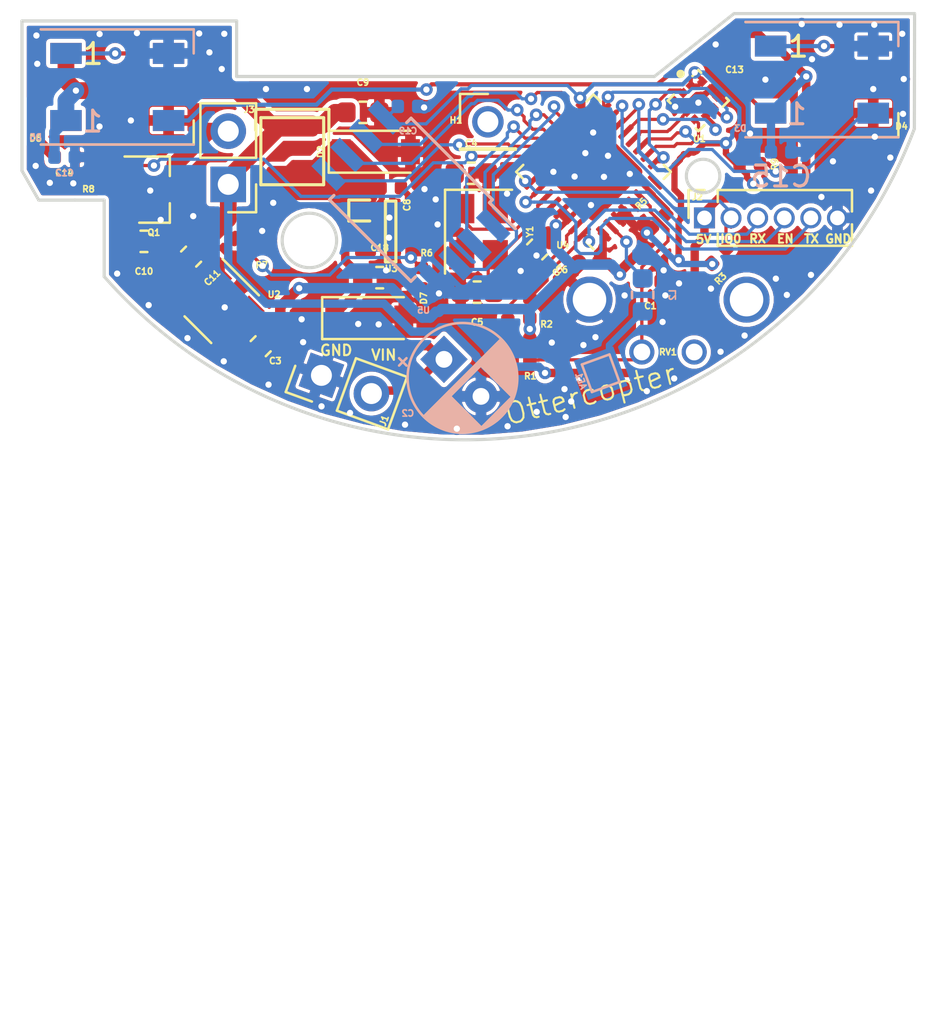
<source format=kicad_pcb>
(kicad_pcb (version 20171130) (host pcbnew "(6.0.0-rc1-dev-1-g01c5bdfb8)")
  (layers (0 F.Cu signal) (31 B.Cu signal) (34 B.Paste user) (35 F.Paste user) (36 B.SilkS user) (37 F.SilkS user) (38 B.Mask user) (39 F.Mask user) (44 Edge.Cuts user))
  (net 0 "")
  (net 1 GNDD)
  (net 2 "Net-(C8-Pad2)")
  (net 3 "Net-(R6-Pad1)")
  (net 4 "Net-(U3-Pad3)")
  (net 5 VPP)
  (net 6 "Net-(C8-Pad1)")
  (net 7 +5V)
  (net 8 "Net-(C4-Pad1)")
  (net 9 "Net-(C5-Pad1)")
  (net 10 WS2812)
  (net 11 +3V3)
  (net 12 PWM)
  (net 13 "Net-(R5-Pad2)")
  (net 14 "Net-(R4-Pad2)")
  (net 15 GPIO0)
  (net 16 ADC)
  (net 17 "Net-(U2-Pad4)")
  (net 18 "Net-(J3-Pad2)")
  (net 19 "Net-(U4-Pad20)")
  (net 20 "Net-(U4-Pad22)")
  (net 21 "Net-(U4-Pad19)")
  (net 22 "Net-(U4-Pad23)")
  (net 23 "Net-(U4-Pad21)")
  (net 24 "Net-(U4-Pad18)")
  (net 25 "Net-(U4-Pad8)")
  (net 26 CLK)
  (net 27 MISO)
  (net 28 MOSI)
  (net 29 CS)
  (net 30 INT)
  (net 31 RXD)
  (net 32 TXD)
  (net 33 "Net-(D3-Pad2)")
  (net 34 "Net-(D4-Pad2)")
  (net 35 "Net-(D5-Pad2)")
  (net 36 "Net-(D6-Pad2)")
  (net 37 "Net-(J2-Pad4)")
  (net 38 "Net-(AE1-Pad1)")
  (net 39 "Net-(U4-Pad5)")
  (net 40 "Net-(L2-Pad2)")
  (module Capacitor_SMD:C_0402_1005Metric (layer B.Cu) (at 106.3 111.25)
    (fp_text reference C15 (at 0 1.17) (layer B.SilkS) (effects (justify mirror)))
    (fp_text value 10u)
    (pad 1 smd roundrect (at -0.485 0) (size 0.59 0.64) (layers B.Cu B.Paste B.Mask) (net 7 +5V))
    (pad 2 smd roundrect (at 0.485 0) (size 0.59 0.64) (layers B.Cu B.Paste B.Mask) (net 1 GNDD))
  )
  (module Inductor_SMD:L_0603_1608Metric (layer B.Cu) (at 99.68992 118.07444 90)
    (fp_text reference L2 (at 0 1.43 90) (layer B.SilkS) (effects (font (size 0.3 0.3) (thickness 0.075)) (justify mirror)))
    (fp_text value L_Small)
    (pad 1 smd roundrect (at -0.7875 0 90) (size 0.875 0.95) (layers B.Cu B.Paste B.Mask) (net 38 "Net-(AE1-Pad1)"))
    (pad 2 smd roundrect (at 0.7875 0 90) (size 0.875 0.95) (layers B.Cu B.Paste B.Mask) (net 40 "Net-(L2-Pad2)"))
  )
  (module Capacitor_SMD:C_0402_1005Metric (layer B.Cu) (at 88.48344 109.07776)
    (fp_text reference C19 (at 0 1.17) (layer B.SilkS) (effects (font (size 0.3 0.3) (thickness 0.075)) (justify mirror)))
    (fp_text value 0.1µ)
    (pad 1 smd roundrect (at -0.485 0) (size 0.59 0.64) (layers B.Cu B.Paste B.Mask) (net 11 +3V3))
    (pad 2 smd roundrect (at 0.485 0) (size 0.59 0.64) (layers B.Cu B.Paste B.Mask) (net 1 GNDD))
  )
  (module Capacitor_SMD:C_0603_1608Metric (layer F.Cu) (at 78.12532 116.24564 225)
    (fp_text reference C11 (at 0 -1.43 225) (layer F.SilkS) (effects (font (size 0.3 0.3) (thickness 0.075))))
    (fp_text value 0.1µ)
    (pad 2 smd roundrect (at 0.787501 0 225) (size 0.875 0.95) (layers F.Cu F.Paste F.Mask) (net 1 GNDD))
    (pad 1 smd roundrect (at -0.787501 0 225) (size 0.875 0.95) (layers F.Cu F.Paste F.Mask) (net 7 +5V))
  )
  (module Capacitor_SMD:C_0603_1608Metric (layer F.Cu) (at 75.87488 115.5192 180)
    (fp_text reference C10 (at 0 -1.43 180) (layer F.SilkS) (effects (font (size 0.3 0.3) (thickness 0.075))))
    (fp_text value 0.1µ)
    (pad 1 smd roundrect (at -0.7875 0 180) (size 0.875 0.95) (layers F.Cu F.Paste F.Mask) (net 7 +5V))
    (pad 2 smd roundrect (at 0.7875 0 180) (size 0.875 0.95) (layers F.Cu F.Paste F.Mask) (net 1 GNDD))
  )
  (module Crystal:Crystal_SMD_SeikoEpson_FA238-4Pin_3.2x2.5mm (layer F.Cu) (at 91.85148 115.05692 270)
    (fp_text reference Y1 (at 0 -2.45 270) (layer F.SilkS) (effects (font (size 0.3 0.3) (thickness 0.075))))
    (fp_text value Crystal_GND24)
    (pad 1 smd rect (at -1.1 0.8 270) (size 1.4 1.2) (layers F.Cu F.Paste F.Mask) (net 8 "Net-(C4-Pad1)"))
    (pad 2 smd rect (at 1.1 0.8 270) (size 1.4 1.2) (layers F.Cu F.Paste F.Mask) (net 1 GNDD))
    (pad 3 smd rect (at 1.1 -0.8 270) (size 1.4 1.2) (layers F.Cu F.Paste F.Mask) (net 9 "Net-(C5-Pad1)"))
    (pad 4 smd rect (at -1.1 -0.8 270) (size 1.4 1.2) (layers F.Cu F.Paste F.Mask) (net 1 GNDD))
  )
  (module Capacitor_SMD:C_0603_1608Metric (layer F.Cu) (at 87.13216 117.25148)
    (fp_text reference C18 (at 0 -1.43) (layer F.SilkS) (effects (font (size 0.3 0.3) (thickness 0.075))))
    (fp_text value 1u)
    (pad 2 smd roundrect (at 0.7875 0) (size 0.875 0.95) (layers F.Cu F.Paste F.Mask) (net 1 GNDD))
    (pad 1 smd roundrect (at -0.7875 0) (size 0.875 0.95) (layers F.Cu F.Paste F.Mask) (net 5 VPP))
  )
  (module Capacitor_SMD:C_0603_1608Metric (layer F.Cu) (at 91.5035 112.268)
    (fp_text reference C4 (at 0 -1.43) (layer F.SilkS) (effects (font (size 0.3 0.3) (thickness 0.075))))
    (fp_text value 10p)
    (pad 2 smd roundrect (at 0.7875 0) (size 0.875 0.95) (layers F.Cu F.Paste F.Mask) (net 1 GNDD))
    (pad 1 smd roundrect (at -0.7875 0) (size 0.875 0.95) (layers F.Cu F.Paste F.Mask) (net 8 "Net-(C4-Pad1)"))
  )
  (module Capacitor_SMD:C_0603_1608Metric (layer F.Cu) (at 91.78544 117.94236 180)
    (fp_text reference C5 (at 0 -1.43 180) (layer F.SilkS) (effects (font (size 0.3 0.3) (thickness 0.075))))
    (fp_text value 10p)
    (pad 1 smd roundrect (at -0.7875 0 180) (size 0.875 0.95) (layers F.Cu F.Paste F.Mask) (net 9 "Net-(C5-Pad1)"))
    (pad 2 smd roundrect (at 0.7875 0 180) (size 0.875 0.95) (layers F.Cu F.Paste F.Mask) (net 1 GNDD))
  )
  (module Capacitor_SMD:C_0603_1608Metric (layer F.Cu) (at 94.65056 115.90528 225)
    (fp_text reference C7 (at 0 -1.43 225) (layer F.SilkS) (effects (font (size 0.3 0.3) (thickness 0.075))))
    (fp_text value 10u)
    (pad 2 smd roundrect (at 0.787501 0 225) (size 0.875 0.95) (layers F.Cu F.Paste F.Mask) (net 1 GNDD))
    (pad 1 smd roundrect (at -0.787501 0 225) (size 0.875 0.95) (layers F.Cu F.Paste F.Mask) (net 11 +3V3))
  )
  (module Capacitor_SMD:C_0603_1608Metric (layer F.Cu) (at 86.32952 109.36224)
    (fp_text reference C9 (at 0 -1.43) (layer F.SilkS) (effects (font (size 0.3 0.3) (thickness 0.075))))
    (fp_text value 10u)
    (pad 1 smd roundrect (at -0.7875 0) (size 0.875 0.95) (layers F.Cu F.Paste F.Mask) (net 7 +5V))
    (pad 2 smd roundrect (at 0.7875 0) (size 0.875 0.95) (layers F.Cu F.Paste F.Mask) (net 1 GNDD))
  )
  (module Resistor_SMD:R_0402_1005Metric (layer F.Cu) (at 100.45 114.55 45)
    (fp_text reference R5 (at 0 -1.17 45) (layer F.SilkS) (effects (font (size 0.3 0.3) (thickness 0.075))))
    (fp_text value 12k)
    (pad 1 smd roundrect (at -0.485 0 45) (size 0.59 0.64) (layers F.Cu F.Paste F.Mask) (net 11 +3V3))
    (pad 2 smd roundrect (at 0.485 0 45) (size 0.59 0.64) (layers F.Cu F.Paste F.Mask) (net 13 "Net-(R5-Pad2)"))
  )
  (module TestPoint:TestPoint_Pad_1.0x1.0mm (layer B.Cu) (at 97.68332 121.81332 20)
    (fp_text reference AE1 (at -1.007627 0.017678 -250) (layer B.SilkS) (effects (font (size 0.3 0.3) (thickness 0.075)) (justify mirror)))
    (fp_text value Antenna)
    (pad 1 smd rect (at 0 0 20) (size 2 2) (layers B.Cu B.Mask) (net 38 "Net-(AE1-Pad1)"))
  )
  (module Capacitor_SMD:C_0402_1005Metric (layer F.Cu) (at 100.06076 117.42928 180)
    (fp_text reference C1 (at 0 -1.17 180) (layer F.SilkS) (effects (font (size 0.3 0.3) (thickness 0.075))))
    (fp_text value 10p)
    (pad 1 smd roundrect (at -0.485 0 180) (size 0.59 0.64) (layers F.Cu F.Paste F.Mask) (net 1 GNDD))
    (pad 2 smd roundrect (at 0.485 0 180) (size 0.59 0.64) (layers F.Cu F.Paste F.Mask) (net 16 ADC))
  )
  (module Capacitor_THT:CP_Radial_D5.0mm_P2.50mm (layer B.Cu) (at 90.2 121.15 315)
    (fp_text reference C2 (at 0.601041 3.040559) (layer B.SilkS) (effects (font (size 0.3 0.3) (thickness 0.075)) (justify mirror)))
    (fp_text value 10µ)
    (pad 1 thru_hole rect (at 0 0 315) (size 1.6 1.6) (drill 0.8) (layers *.Cu *.Mask) (net 5 VPP))
    (pad 2 thru_hole circle (at 2.5 0 315) (size 1.6 1.6) (drill 0.8) (layers *.Cu *.Mask) (net 1 GNDD))
  )
  (module Connector_PinHeader_2.54mm:PinHeader_1x01_P2.54mm_Vertical (layer F.Cu) (at 92.29852 109.81436)
    (fp_text reference H1 (at -1.525 -0.075) (layer F.SilkS) (effects (font (size 0.3 0.3) (thickness 0.075))))
    (fp_text value MountingHole)
    (pad 1 thru_hole circle (at 0 0) (size 1.5 1.5) (drill 1) (layers *.Cu *.Mask))
  )
  (module otter:RS20H11AA015 (layer F.Cu) (at 100.9 120.8)
    (fp_text reference RV1 (at 0 0) (layer F.SilkS) (effects (font (size 0.3 0.3) (thickness 0.075))))
    (fp_text value R_POT)
    (pad 1 thru_hole circle (at -3.75 -2.5) (size 2.2 2.2) (drill 1.6) (layers *.Cu *.Mask) (net 1 GNDD))
    (pad 2 thru_hole circle (at -1.25 0) (size 1.2 1.2) (drill 0.8) (layers *.Cu *.Mask) (net 16 ADC))
    (pad L thru_hole circle (at 1.25 0) (size 1.2 1.2) (drill 0.8) (layers *.Cu *.Mask))
    (pad L thru_hole circle (at 3.75 -2.5) (size 2.2 2.2) (drill 1.6) (layers *.Cu *.Mask))
  )
  (module Connector_PinHeader_2.54mm:PinHeader_1x02_P2.54mm_Vertical (layer F.Cu) (at 79.9 112.8 180)
    (fp_text reference J3 (at -1 3.575 180) (layer F.SilkS) (effects (font (size 0.3 0.3) (thickness 0.075))))
    (fp_text value Motor)
    (pad 2 thru_hole oval (at 0 2.54 180) (size 1.7 1.7) (drill 1) (layers *.Cu *.Mask) (net 18 "Net-(J3-Pad2)"))
    (pad 1 thru_hole rect (at 0 0 180) (size 1.7 1.7) (drill 1) (layers *.Cu *.Mask) (net 7 +5V))
  )
  (module Connector_PinHeader_2.54mm:PinHeader_1x02_P2.54mm_Vertical (layer F.Cu) (at 84.349101 121.914869 70)
    (fp_text reference J1 (at -1 3.55 70) (layer F.SilkS) (effects (font (size 0.3 0.3) (thickness 0.075))))
    (fp_text value IN)
    (pad 1 thru_hole rect (at 0 0 70) (size 1.7 1.7) (drill 1) (layers *.Cu *.Mask) (net 1 GNDD))
    (pad 2 thru_hole oval (at 0 2.54 70) (size 1.7 1.7) (drill 1) (layers *.Cu *.Mask) (net 5 VPP))
  )
  (module Diode_SMD:D_SOD-123 (layer F.Cu) (at 86.63432 119.18188)
    (fp_text reference D7 (at 2.6 -0.95 -270) (layer F.SilkS) (effects (font (size 0.3 0.3) (thickness 0.075))))
    (fp_text value D_Small)
    (pad 1 smd rect (at -1.65 0) (size 0.9 1.2) (layers F.Cu F.Paste F.Mask) (net 5 VPP))
    (pad 2 smd rect (at 1.65 0) (size 0.9 1.2) (layers F.Cu F.Paste F.Mask) (net 1 GNDD))
  )
  (module Diode_SMD:D_SOD-123 (layer F.Cu) (at 86.94928 111.24184)
    (fp_text reference D2 (at -2.625 0 90) (layer F.SilkS) (effects (font (size 0.3 0.3) (thickness 0.075))))
    (fp_text value D_Small)
    (pad 2 smd rect (at 1.65 0) (size 0.9 1.2) (layers F.Cu F.Paste F.Mask) (net 1 GNDD))
    (pad 1 smd rect (at -1.65 0) (size 0.9 1.2) (layers F.Cu F.Paste F.Mask) (net 6 "Net-(C8-Pad1)"))
  )
  (module BMP388:PQFN50P200X200X80-10N (layer F.Cu) (at 102.35 108.8 315)
    (fp_text reference U1 (at 1.325825 1.255115) (layer F.SilkS) (effects (font (size 0.3 0.3) (thickness 0.075))))
    (fp_text value BMP388 hide)
    (pad 1 smd rect (at -0.765 -0.25 45) (size 0.38 0.35) (layers F.Cu F.Paste F.Mask) (net 11 +3V3))
    (pad 2 smd rect (at -0.765 0.25 45) (size 0.38 0.35) (layers F.Cu F.Paste F.Mask) (net 26 CLK))
    (pad 3 smd rect (at -0.5 0.765 45) (size 0.38 0.35) (layers F.Cu F.Paste F.Mask) (net 1 GNDD))
    (pad 4 smd rect (at 0 0.765 45) (size 0.38 0.35) (layers F.Cu F.Paste F.Mask) (net 28 MOSI))
    (pad 5 smd rect (at 0.5 0.765 45) (size 0.38 0.35) (layers F.Cu F.Paste F.Mask) (net 27 MISO))
    (pad 6 smd rect (at 0.765 0.25 45) (size 0.38 0.35) (layers F.Cu F.Paste F.Mask) (net 29 CS))
    (pad 7 smd rect (at 0.765 -0.25 45) (size 0.38 0.35) (layers F.Cu F.Paste F.Mask) (net 30 INT))
    (pad 8 smd rect (at 0.5 -0.765 45) (size 0.38 0.35) (layers F.Cu F.Paste F.Mask) (net 1 GNDD))
    (pad 9 smd rect (at 0 -0.765 45) (size 0.38 0.35) (layers F.Cu F.Paste F.Mask) (net 1 GNDD))
    (pad 10 smd rect (at -0.5 -0.765 45) (size 0.38 0.35) (layers F.Cu F.Paste F.Mask) (net 11 +3V3))
  )
  (module Capacitor_SMD:C_0402_1005Metric (layer F.Cu) (at 72.1 111.5)
    (fp_text reference C14 (at -0.025 0.75) (layer F.SilkS) (effects (font (size 0.3 0.3) (thickness 0.075))))
    (fp_text value 0.1µ)
    (pad 1 smd roundrect (at -0.485 0) (size 0.59 0.64) (layers F.Cu F.Paste F.Mask) (net 7 +5V))
    (pad 2 smd roundrect (at 0.485 0) (size 0.59 0.64) (layers F.Cu F.Paste F.Mask) (net 1 GNDD))
  )
  (module Capacitor_SMD:C_0402_1005Metric (layer B.Cu) (at 72.085 111.5)
    (fp_text reference C12 (at 0 0.75) (layer B.SilkS) (effects (font (size 0.3 0.3) (thickness 0.075)) (justify mirror)))
    (fp_text value 0.1µ)
    (pad 2 smd roundrect (at 0.485 0) (size 0.59 0.64) (layers B.Cu B.Paste B.Mask) (net 1 GNDD))
    (pad 1 smd roundrect (at -0.485 0) (size 0.59 0.64) (layers B.Cu B.Paste B.Mask) (net 7 +5V))
  )
  (module Capacitor_SMD:C_0402_1005Metric (layer F.Cu) (at 87.66048 112.95888)
    (fp_text reference C8 (at 0.775 0.825 -270) (layer F.SilkS) (effects (font (size 0.3 0.3) (thickness 0.075))))
    (fp_text value 22n)
    (pad 2 smd roundrect (at 0.485 0) (size 0.59 0.64) (layers F.Cu F.Paste F.Mask) (net 2 "Net-(C8-Pad2)"))
    (pad 1 smd roundrect (at -0.485 0) (size 0.59 0.64) (layers F.Cu F.Paste F.Mask) (net 6 "Net-(C8-Pad1)"))
  )
  (module Capacitor_SMD:C_0402_1005Metric (layer F.Cu) (at 97.1 116.55 180)
    (fp_text reference C6 (at 1.275 -0.325 180) (layer F.SilkS) (effects (font (size 0.3 0.3) (thickness 0.075))))
    (fp_text value 0.1µ)
    (pad 2 smd roundrect (at 0.485 0 180) (size 0.59 0.64) (layers F.Cu F.Paste F.Mask) (net 1 GNDD))
    (pad 1 smd roundrect (at -0.485 0 180) (size 0.59 0.64) (layers F.Cu F.Paste F.Mask) (net 11 +3V3))
  )
  (module Capacitor_SMD:C_0402_1005Metric (layer F.Cu) (at 104.1 106.1 270)
    (fp_text reference C13 (at 1.225 0.025) (layer F.SilkS) (effects (font (size 0.3 0.3) (thickness 0.075))))
    (fp_text value 0.1µ)
    (pad 1 smd roundrect (at -0.485 0 270) (size 0.59 0.64) (layers F.Cu F.Paste F.Mask) (net 7 +5V))
    (pad 2 smd roundrect (at 0.485 0 270) (size 0.59 0.64) (layers F.Cu F.Paste F.Mask) (net 1 GNDD))
  )
  (module Capacitor_SMD:C_0603_1608Metric (layer F.Cu) (at 81.44764 120.522999 225)
    (fp_text reference C3 (at 0 -0.989949) (layer F.SilkS) (effects (font (size 0.3 0.3) (thickness 0.075))))
    (fp_text value 0.1µ)
    (pad 1 smd roundrect (at -0.787501 0 225) (size 0.875 0.95) (layers F.Cu F.Paste F.Mask) (net 11 +3V3))
    (pad 2 smd roundrect (at 0.787501 0 225) (size 0.875 0.95) (layers F.Cu F.Paste F.Mask) (net 1 GNDD))
  )
  (module Connector_PinSocket_1.27mm:PinSocket_1x06_P1.27mm_Vertical (layer F.Cu) (at 102.64 114.4 90)
    (fp_text reference J2 (at 1 -0.34 180) (layer F.SilkS) (effects (font (size 0.3 0.3) (thickness 0.075))))
    (fp_text value Conn_01x06)
    (pad 1 thru_hole rect (at 0 0 90) (size 1 1) (drill 0.7) (layers *.Cu *.Mask) (net 7 +5V))
    (pad 2 thru_hole oval (at 0 1.27 90) (size 1 1) (drill 0.7) (layers *.Cu *.Mask) (net 15 GPIO0))
    (pad 3 thru_hole oval (at 0 2.54 90) (size 1 1) (drill 0.7) (layers *.Cu *.Mask) (net 31 RXD))
    (pad 4 thru_hole oval (at 0 3.81 90) (size 1 1) (drill 0.7) (layers *.Cu *.Mask) (net 37 "Net-(J2-Pad4)"))
    (pad 5 thru_hole oval (at 0 5.08 90) (size 1 1) (drill 0.7) (layers *.Cu *.Mask) (net 32 TXD))
    (pad 6 thru_hole oval (at 0 6.35 90) (size 1 1) (drill 0.7) (layers *.Cu *.Mask) (net 1 GNDD))
  )
  (module LED_SMD:LED_WS2812B_PLCC4_5.0x5.0mm_P3.2mm (layer F.Cu) (at 74.6 108.14993)
    (fp_text reference D6 (at -3.9 2.45007) (layer F.SilkS) (effects (font (size 0.3 0.3) (thickness 0.075))))
    (fp_text value WS2812B)
    (fp_text user 1 (at -1.15 -1.57493) (layer F.SilkS))
    (pad 3 smd rect (at 2.45 1.6) (size 1.5 1) (layers F.Cu F.Paste F.Mask) (net 1 GNDD))
    (pad 4 smd rect (at 2.45 -1.6) (size 1.5 1) (layers F.Cu F.Paste F.Mask) (net 35 "Net-(D5-Pad2)"))
    (pad 2 smd rect (at -2.45 1.6) (size 1.5 1) (layers F.Cu F.Paste F.Mask) (net 36 "Net-(D6-Pad2)"))
    (pad 1 smd rect (at -2.45 -1.6) (size 1.5 1) (layers F.Cu F.Paste F.Mask) (net 7 +5V))
  )
  (module LED_SMD:LED_WS2812B_PLCC4_5.0x5.0mm_P3.2mm (layer B.Cu) (at 74.6 108.14993)
    (fp_text reference D5 (at -3.9 2.40007) (layer B.SilkS) (effects (font (size 0.3 0.3) (thickness 0.075)) (justify mirror)))
    (fp_text value WS2812B)
    (fp_text user 1 (at -1.175 1.65007) (layer B.SilkS) (effects (justify mirror)))
    (pad 1 smd rect (at -2.45 1.6) (size 1.5 1) (layers B.Cu B.Paste B.Mask) (net 7 +5V))
    (pad 2 smd rect (at -2.45 -1.6) (size 1.5 1) (layers B.Cu B.Paste B.Mask) (net 35 "Net-(D5-Pad2)"))
    (pad 4 smd rect (at 2.45 1.6) (size 1.5 1) (layers B.Cu B.Paste B.Mask) (net 34 "Net-(D4-Pad2)"))
    (pad 3 smd rect (at 2.45 -1.6) (size 1.5 1) (layers B.Cu B.Paste B.Mask) (net 1 GNDD))
  )
  (module LED_SMD:LED_WS2812B_PLCC4_5.0x5.0mm_P3.2mm (layer F.Cu) (at 108.25 107.8)
    (fp_text reference D4 (at 3.8 2.225) (layer F.SilkS) (effects (font (size 0.3 0.3) (thickness 0.075))))
    (fp_text value WS2812B)
    (fp_text user 1 (at -1.125 -1.575) (layer F.SilkS))
    (pad 3 smd rect (at 2.45 1.6) (size 1.5 1) (layers F.Cu F.Paste F.Mask) (net 1 GNDD))
    (pad 4 smd rect (at 2.45 -1.6) (size 1.5 1) (layers F.Cu F.Paste F.Mask) (net 33 "Net-(D3-Pad2)"))
    (pad 2 smd rect (at -2.45 1.6) (size 1.5 1) (layers F.Cu F.Paste F.Mask) (net 34 "Net-(D4-Pad2)"))
    (pad 1 smd rect (at -2.45 -1.6) (size 1.5 1) (layers F.Cu F.Paste F.Mask) (net 7 +5V))
  )
  (module LED_SMD:LED_WS2812B_PLCC4_5.0x5.0mm_P3.2mm (layer B.Cu) (at 108.25 107.8)
    (fp_text reference D3 (at -3.9 2.325) (layer B.SilkS) (effects (font (size 0.3 0.3) (thickness 0.075)) (justify mirror)))
    (fp_text value WS2812B)
    (fp_text user 1 (at -1.2 1.65) (layer B.SilkS) (effects (justify mirror)))
    (pad 1 smd rect (at -2.45 1.6) (size 1.5 1) (layers B.Cu B.Paste B.Mask) (net 7 +5V))
    (pad 2 smd rect (at -2.45 -1.6) (size 1.5 1) (layers B.Cu B.Paste B.Mask) (net 33 "Net-(D3-Pad2)"))
    (pad 4 smd rect (at 2.45 1.6) (size 1.5 1) (layers B.Cu B.Paste B.Mask) (net 10 WS2812))
    (pad 3 smd rect (at 2.45 -1.6) (size 1.5 1) (layers B.Cu B.Paste B.Mask) (net 1 GNDD))
  )
  (module Package_DFN_QFN:QFN-32-1EP_5x5mm_P0.5mm_EP3.45x3.45mm (layer F.Cu) (at 97.342462 112.203984 135)
    (fp_text reference U4 (at -1.434404 -3.509709 180) (layer F.SilkS) (effects (font (size 0.3 0.3) (thickness 0.075))))
    (fp_text value ESP8266EX)
    (pad 33 smd roundrect (at 0 0 135) (size 3.45 3.45) (layers F.Cu F.Mask) (roundrect_rratio 0.072464) (net 1 GNDD))
    (pad 1 smd roundrect (at -2.4375 -1.75 135) (size 0.875 0.25) (layers F.Cu F.Paste F.Mask) (net 11 +3V3))
    (pad 2 smd roundrect (at -2.4375 -1.25 135) (size 0.875 0.25) (layers F.Cu F.Paste F.Mask) (net 40 "Net-(L2-Pad2)"))
    (pad 3 smd roundrect (at -2.4375 -0.75 135) (size 0.875 0.25) (layers F.Cu F.Paste F.Mask) (net 11 +3V3))
    (pad 4 smd roundrect (at -2.4375 -0.25 135) (size 0.875 0.25) (layers F.Cu F.Paste F.Mask) (net 11 +3V3))
    (pad 5 smd roundrect (at -2.4375 0.25 135) (size 0.875 0.25) (layers F.Cu F.Paste F.Mask) (net 39 "Net-(U4-Pad5)"))
    (pad 6 smd roundrect (at -2.4375 0.75 135) (size 0.875 0.25) (layers F.Cu F.Paste F.Mask) (net 16 ADC))
    (pad 7 smd roundrect (at -2.4375 1.25 135) (size 0.875 0.25) (layers F.Cu F.Paste F.Mask) (net 13 "Net-(R5-Pad2)"))
    (pad 8 smd roundrect (at -2.4375 1.75 135) (size 0.875 0.25) (layers F.Cu F.Paste F.Mask) (net 25 "Net-(U4-Pad8)"))
    (pad 9 smd roundrect (at -1.75 2.4375 135) (size 0.25 0.875) (layers F.Cu F.Paste F.Mask) (net 26 CLK))
    (pad 10 smd roundrect (at -1.25 2.4375 135) (size 0.25 0.875) (layers F.Cu F.Paste F.Mask) (net 27 MISO))
    (pad 11 smd roundrect (at -0.75 2.4375 135) (size 0.25 0.875) (layers F.Cu F.Paste F.Mask) (net 11 +3V3))
    (pad 12 smd roundrect (at -0.25 2.4375 135) (size 0.25 0.875) (layers F.Cu F.Paste F.Mask) (net 28 MOSI))
    (pad 13 smd roundrect (at 0.25 2.4375 135) (size 0.25 0.875) (layers F.Cu F.Paste F.Mask) (net 29 CS))
    (pad 14 smd roundrect (at 0.75 2.4375 135) (size 0.25 0.875) (layers F.Cu F.Paste F.Mask) (net 10 WS2812))
    (pad 15 smd roundrect (at 1.25 2.4375 135) (size 0.25 0.875) (layers F.Cu F.Paste F.Mask) (net 15 GPIO0))
    (pad 16 smd roundrect (at 1.75 2.4375 135) (size 0.25 0.875) (layers F.Cu F.Paste F.Mask) (net 30 INT))
    (pad 17 smd roundrect (at 2.4375 1.75 135) (size 0.875 0.25) (layers F.Cu F.Paste F.Mask) (net 11 +3V3))
    (pad 18 smd roundrect (at 2.4375 1.25 135) (size 0.875 0.25) (layers F.Cu F.Paste F.Mask) (net 24 "Net-(U4-Pad18)"))
    (pad 19 smd roundrect (at 2.4375 0.75 135) (size 0.875 0.25) (layers F.Cu F.Paste F.Mask) (net 21 "Net-(U4-Pad19)"))
    (pad 20 smd roundrect (at 2.4375 0.25 135) (size 0.875 0.25) (layers F.Cu F.Paste F.Mask) (net 19 "Net-(U4-Pad20)"))
    (pad 21 smd roundrect (at 2.4375 -0.25 135) (size 0.875 0.25) (layers F.Cu F.Paste F.Mask) (net 23 "Net-(U4-Pad21)"))
    (pad 22 smd roundrect (at 2.4375 -0.75 135) (size 0.875 0.25) (layers F.Cu F.Paste F.Mask) (net 20 "Net-(U4-Pad22)"))
    (pad 23 smd roundrect (at 2.4375 -1.25 135) (size 0.875 0.25) (layers F.Cu F.Paste F.Mask) (net 22 "Net-(U4-Pad23)"))
    (pad 24 smd roundrect (at 2.4375 -1.75 135) (size 0.875 0.25) (layers F.Cu F.Paste F.Mask) (net 12 PWM))
    (pad 25 smd roundrect (at 1.75 -2.4375 135) (size 0.25 0.875) (layers F.Cu F.Paste F.Mask) (net 31 RXD))
    (pad 26 smd roundrect (at 1.25 -2.4375 135) (size 0.25 0.875) (layers F.Cu F.Paste F.Mask) (net 32 TXD))
    (pad 27 smd roundrect (at 0.75 -2.4375 135) (size 0.25 0.875) (layers F.Cu F.Paste F.Mask) (net 8 "Net-(C4-Pad1)"))
    (pad 28 smd roundrect (at 0.25 -2.4375 135) (size 0.25 0.875) (layers F.Cu F.Paste F.Mask) (net 9 "Net-(C5-Pad1)"))
    (pad 29 smd roundrect (at -0.25 -2.4375 135) (size 0.25 0.875) (layers F.Cu F.Paste F.Mask) (net 11 +3V3))
    (pad 30 smd roundrect (at -0.75 -2.4375 135) (size 0.25 0.875) (layers F.Cu F.Paste F.Mask) (net 11 +3V3))
    (pad 31 smd roundrect (at -1.25 -2.4375 135) (size 0.25 0.875) (layers F.Cu F.Paste F.Mask) (net 14 "Net-(R4-Pad2)"))
    (pad 32 smd roundrect (at -1.75 -2.4375 135) (size 0.25 0.875) (layers F.Cu F.Paste F.Mask) (net 37 "Net-(J2-Pad4)"))
  )
  (module Package_SO:SOIJ-8_5.3x5.3mm_P1.27mm (layer B.Cu) (at 88.62568 113.53292 135)
    (fp_text reference U5 (at -4.154252 -3.305724 180) (layer B.SilkS) (effects (font (size 0.3 0.3) (thickness 0.075)) (justify mirror)))
    (fp_text value 25LCxxx)
    (pad 1 smd rect (at -3.65 1.905 135) (size 1.7 0.65) (layers B.Cu B.Paste B.Mask) (net 19 "Net-(U4-Pad20)"))
    (pad 2 smd rect (at -3.65 0.635 135) (size 1.7 0.65) (layers B.Cu B.Paste B.Mask) (net 20 "Net-(U4-Pad22)"))
    (pad 3 smd rect (at -3.65 -0.635 135) (size 1.7 0.65) (layers B.Cu B.Paste B.Mask) (net 21 "Net-(U4-Pad19)"))
    (pad 4 smd rect (at -3.65 -1.905 135) (size 1.7 0.65) (layers B.Cu B.Paste B.Mask) (net 1 GNDD))
    (pad 5 smd rect (at 3.65 -1.905 135) (size 1.7 0.65) (layers B.Cu B.Paste B.Mask) (net 22 "Net-(U4-Pad23)"))
    (pad 6 smd rect (at 3.65 -0.635 135) (size 1.7 0.65) (layers B.Cu B.Paste B.Mask) (net 23 "Net-(U4-Pad21)"))
    (pad 7 smd rect (at 3.65 0.635 135) (size 1.7 0.65) (layers B.Cu B.Paste B.Mask) (net 24 "Net-(U4-Pad18)"))
    (pad 8 smd rect (at 3.65 1.905 135) (size 1.7 0.65) (layers B.Cu B.Paste B.Mask) (net 11 +3V3))
  )
  (module Package_TO_SOT_SMD:SOT-23 (layer F.Cu) (at 76.35 113.05)
    (fp_text reference Q1 (at 0 2.05) (layer F.SilkS) (effects (font (size 0.3 0.3) (thickness 0.075))))
    (fp_text value 2N7002)
    (pad 1 smd rect (at -1 -0.95) (size 0.9 0.8) (layers F.Cu F.Paste F.Mask) (net 12 PWM))
    (pad 2 smd rect (at -1 0.95) (size 0.9 0.8) (layers F.Cu F.Paste F.Mask) (net 1 GNDD))
    (pad 3 smd rect (at 1 0) (size 0.9 0.8) (layers F.Cu F.Paste F.Mask) (net 18 "Net-(J3-Pad2)"))
  )
  (module Package_TO_SOT_SMD:SOT-23-5 (layer F.Cu) (at 79.588631 118.596014 315)
    (fp_text reference U2 (at 1.382843 -2.152082) (layer F.SilkS) (effects (font (size 0.3 0.3) (thickness 0.075))))
    (fp_text value MIC5504-3.3YM5)
    (pad 1 smd rect (at -1.1 -0.95 315) (size 1.06 0.65) (layers F.Cu F.Paste F.Mask) (net 7 +5V))
    (pad 2 smd rect (at -1.099999 0 315) (size 1.06 0.65) (layers F.Cu F.Paste F.Mask) (net 1 GNDD))
    (pad 3 smd rect (at -1.1 0.95 315) (size 1.06 0.65) (layers F.Cu F.Paste F.Mask) (net 7 +5V))
    (pad 4 smd rect (at 1.1 0.95 315) (size 1.06 0.65) (layers F.Cu F.Paste F.Mask) (net 17 "Net-(U2-Pad4)"))
    (pad 5 smd rect (at 1.1 -0.95 315) (size 1.06 0.65) (layers F.Cu F.Paste F.Mask) (net 11 +3V3))
  )
  (module Resistor_SMD:R_0402_1005Metric (layer F.Cu) (at 94.3 120.7 270)
    (fp_text reference R1 (at 1.25 -0.025) (layer F.SilkS) (effects (font (size 0.3 0.3) (thickness 0.075))))
    (fp_text value 12k)
    (pad 1 smd roundrect (at -0.485 0 270) (size 0.59 0.64) (layers F.Cu F.Paste F.Mask) (net 11 +3V3))
    (pad 2 smd roundrect (at 0.485 0 270) (size 0.59 0.64) (layers F.Cu F.Paste F.Mask) (net 16 ADC))
  )
  (module Resistor_SMD:R_0402_1005Metric (layer F.Cu) (at 94.3 118.7 90)
    (fp_text reference R2 (at -0.775 0.8 180) (layer F.SilkS) (effects (font (size 0.3 0.3) (thickness 0.075))))
    (fp_text value 12k)
    (pad 2 smd roundrect (at 0.485 0 90) (size 0.59 0.64) (layers F.Cu F.Paste F.Mask) (net 37 "Net-(J2-Pad4)"))
    (pad 1 smd roundrect (at -0.485 0 90) (size 0.59 0.64) (layers F.Cu F.Paste F.Mask) (net 11 +3V3))
  )
  (module Resistor_SMD:R_0402_1005Metric (layer F.Cu) (at 103.325 116.225 45)
    (fp_text reference R3 (at -0.7 0.825 45) (layer F.SilkS) (effects (font (size 0.3 0.3) (thickness 0.075))))
    (fp_text value 12k)
    (pad 1 smd roundrect (at -0.485 0 45) (size 0.59 0.64) (layers F.Cu F.Paste F.Mask) (net 11 +3V3))
    (pad 2 smd roundrect (at 0.485 0 45) (size 0.59 0.64) (layers F.Cu F.Paste F.Mask) (net 15 GPIO0))
  )
  (module Resistor_SMD:R_0402_1005Metric (layer F.Cu) (at 93.25 119.765 90)
    (fp_text reference R4 (at -1.235 -0.25 180) (layer F.SilkS) (effects (font (size 0.3 0.3) (thickness 0.075))))
    (fp_text value 12k)
    (pad 2 smd roundrect (at 0.485 0 90) (size 0.59 0.64) (layers F.Cu F.Paste F.Mask) (net 14 "Net-(R4-Pad2)"))
    (pad 1 smd roundrect (at -0.485 0 90) (size 0.59 0.64) (layers F.Cu F.Paste F.Mask) (net 1 GNDD))
  )
  (module Resistor_SMD:R_0402_1005Metric (layer F.Cu) (at 89.125 117.275 270)
    (fp_text reference R6 (at -1.2 -0.25) (layer F.SilkS) (effects (font (size 0.3 0.3) (thickness 0.075))))
    (fp_text value 12k)
    (pad 2 smd roundrect (at 0.485 0 270) (size 0.59 0.64) (layers F.Cu F.Paste F.Mask) (net 1 GNDD))
    (pad 1 smd roundrect (at -0.485 0 270) (size 0.59 0.64) (layers F.Cu F.Paste F.Mask) (net 3 "Net-(R6-Pad1)"))
  )
  (module Resistor_SMD:R_0402_1005Metric (layer F.Cu) (at 80.55356 115.72748 315)
    (fp_text reference R7 (at 1.325825 -0.017678) (layer F.SilkS) (effects (font (size 0.3 0.3) (thickness 0.075))))
    (fp_text value 51k)
    (pad 1 smd roundrect (at -0.485 0 315) (size 0.59 0.64) (layers F.Cu F.Paste F.Mask) (net 7 +5V))
    (pad 2 smd roundrect (at 0.485 0 315) (size 0.59 0.64) (layers F.Cu F.Paste F.Mask) (net 3 "Net-(R6-Pad1)"))
  )
  (module Resistor_SMD:R_0402_1005Metric (layer F.Cu) (at 74.05 112.25 270)
    (fp_text reference R8 (at 0.775 0.825) (layer F.SilkS) (effects (font (size 0.3 0.3) (thickness 0.075))))
    (fp_text value 12k)
    (pad 2 smd roundrect (at 0.485 0 270) (size 0.59 0.64) (layers F.Cu F.Paste F.Mask) (net 1 GNDD))
    (pad 1 smd roundrect (at -0.485 0 270) (size 0.59 0.64) (layers F.Cu F.Paste F.Mask) (net 12 PWM))
  )
  (module Resistor_SMD:R_0402_1005Metric (layer F.Cu) (at 104.8004 111.8108 180)
    (fp_text reference R9 (at -1.2 -0.025 90) (layer F.SilkS) (effects (font (size 0.3 0.3) (thickness 0.075))))
    (fp_text value 12k)
    (pad 1 smd roundrect (at -0.485 0 180) (size 0.59 0.64) (layers F.Cu F.Paste F.Mask) (net 10 WS2812))
    (pad 2 smd roundrect (at 0.485 0 180) (size 0.59 0.64) (layers F.Cu F.Paste F.Mask) (net 11 +3V3))
  )
  (module stmbl:SMD_INDUCTOR_32x25 (layer F.Cu) (at 82.9564 111.21644 270)
    (fp_text reference L1 hide)
    (fp_text value L)
    (pad 2 smd roundrect (at 1.2 0) (size 2.5 1) (layers F.Cu F.Paste F.Mask) (net 6 "Net-(C8-Pad1)"))
    (pad 1 smd roundrect (at -1.2 0) (size 2.5 1) (layers F.Cu F.Paste F.Mask) (net 7 +5V))
  )
  (module stmbl:SOT-23-6 (layer F.Cu) (at 87.6554 115.04676)
    (fp_text reference U3 (at 0.025 1.775) (layer F.SilkS) (effects (font (size 0.3 0.3) (thickness 0.075))))
    (fp_text value ACT4088)
    (pad 5 smd roundrect (at 1.2 0) (size 1 0.475) (layers F.Cu F.Paste F.Mask) (net 1 GNDD))
    (pad 6 smd roundrect (at 1.2 -0.95) (size 1 0.475) (layers F.Cu F.Paste F.Mask) (net 2 "Net-(C8-Pad2)"))
    (pad 4 smd roundrect (at 1.2 0.95) (size 1 0.475) (layers F.Cu F.Paste F.Mask) (net 3 "Net-(R6-Pad1)"))
    (pad 3 smd roundrect (at -1.2 0.95) (size 1 0.475) (layers F.Cu F.Paste F.Mask) (net 4 "Net-(U3-Pad3)"))
    (pad 2 smd roundrect (at -1.2 0) (size 1 0.475) (layers F.Cu F.Paste F.Mask) (net 5 VPP))
    (pad 1 smd roundrect (at -1.2 -0.95) (size 1 0.475) (layers F.Cu F.Paste F.Mask) (net 6 "Net-(C8-Pad1)"))
  )
  (gr_line (start 73.975 113.55) (end 72.575 113.55) (layer Edge.Cuts) (width 0.15))
  (gr_line (start 73.975 117.2) (end 73.975 113.55) (layer Edge.Cuts) (width 0.15))
  (gr_text GND (at 85.05444 120.72112) (layer F.SilkS) (effects (font (size 0.5 0.5) (thickness 0.1))))
  (gr_text VIN (at 87.33028 120.94464) (layer F.SilkS) (effects (font (size 0.5 0.5) (thickness 0.1))))
  (gr_text GND (at 109.025 115.4) (layer F.SilkS) (effects (font (size 0.4 0.4) (thickness 0.1))))
  (gr_text TX (at 107.75 115.4) (layer F.SilkS) (effects (font (size 0.4 0.4) (thickness 0.1))))
  (gr_text EN (at 106.5 115.4) (layer F.SilkS) (effects (font (size 0.4 0.4) (thickness 0.1))))
  (gr_text RX (at 105.175 115.4) (layer F.SilkS) (effects (font (size 0.4 0.4) (thickness 0.1))))
  (gr_text IO0 (at 103.9 115.4) (layer F.SilkS) (effects (font (size 0.4 0.4) (thickness 0.1))))
  (gr_text 5V (at 102.6 115.425) (layer F.SilkS) (effects (font (size 0.4 0.4) (thickness 0.1))))
  (gr_text Ottercopter (at 97.2 122.8 14) (layer F.SilkS) (effects (font (size 1 1) (thickness 0.1))))
  (gr_arc (start 91.2 102.05) (end 73.975 117.2) (angle -117.9795589) (layer Edge.Cuts) (width 0.15))
  (gr_line (start 112.675 104.65) (end 112.663015 110.154914) (layer Edge.Cuts) (width 0.15))
  (gr_line (start 104.05 104.65) (end 112.675 104.65) (layer Edge.Cuts) (width 0.15))
  (gr_line (start 100.25 107.65) (end 104.05 104.65) (layer Edge.Cuts) (width 0.15))
  (gr_line (start 80.3 107.65) (end 100.25 107.65) (layer Edge.Cuts) (width 0.15))
  (gr_line (start 80.3 105) (end 80.3 107.65) (layer Edge.Cuts) (width 0.15))
  (gr_line (start 70.05 105) (end 80.3 105) (layer Edge.Cuts) (width 0.15))
  (gr_line (start 70.05 112.15) (end 70.05 105) (layer Edge.Cuts) (width 0.15))
  (gr_line (start 70.85 113.55) (end 70.05 112.15) (layer Edge.Cuts) (width 0.15))
  (gr_line (start 72.575 113.55) (end 70.85 113.55) (layer Edge.Cuts) (width 0.15))
  (gr_circle (center 102.575 112.4) (end 103.375 112.4) (layer Edge.Cuts) (width 0.15))
  (gr_circle (center 83.775 115.475) (end 85.075 115.475) (layer Edge.Cuts) (width 0.15))
  (via (at 89.96172 118.00332) (size 0.6) (drill 0.3) (layers F.Cu B.Cu) (net 1))
  (via (at 97.22104 113.78692) (size 0.6) (drill 0.3) (layers F.Cu B.Cu) (net 1))
  (via (at 98.03384 111.43488) (size 0.6) (drill 0.3) (layers F.Cu B.Cu) (net 1))
  (via (at 97.8408 112.44072) (size 0.6) (drill 0.3) (layers F.Cu B.Cu) (net 1))
  (via (at 96.9518 111.30788) (size 0.6) (drill 0.3) (layers F.Cu B.Cu) (net 1))
  (via (at 96.43872 112.42548) (size 0.6) (drill 0.3) (layers F.Cu B.Cu) (net 1))
  (via (at 99.075 112.3) (size 0.6) (drill 0.3) (layers F.Cu B.Cu) (net 1))
  (via (at 95.425 112.2) (size 0.6) (drill 0.3) (layers F.Cu B.Cu) (net 1))
  (via (at 97.325 110.325) (size 0.6) (drill 0.3) (layers F.Cu B.Cu) (net 1))
  (via (at 72.5 112.75) (size 0.6) (drill 0.3) (layers F.Cu B.Cu) (net 1))
  (via (at 75.25 109.75) (size 0.6) (drill 0.3) (layers F.Cu B.Cu) (net 1))
  (via (at 79 106.5) (size 0.6) (drill 0.3) (layers F.Cu B.Cu) (net 1))
  (via (at 81.7 108.25) (size 0.6) (drill 0.3) (layers F.Cu B.Cu) (net 1))
  (segment (start 96.615 116.55) (end 95.8 117.365) (width 0.8) (layer F.Cu) (net 1))
  (via (at 105.55 107.8) (size 0.6) (drill 0.3) (layers F.Cu B.Cu) (net 1))
  (segment (start 104.335 106.585) (end 105.55 107.8) (width 0.3) (layer F.Cu) (net 1))
  (segment (start 104.1 106.585) (end 104.335 106.585) (width 0.3) (layer F.Cu) (net 1))
  (segment (start 102.890937 108.259063) (end 103.231874 108.6) (width 0.2) (layer F.Cu) (net 1))
  (via (at 95.35 120.35) (size 0.6) (drill 0.3) (layers F.Cu B.Cu) (net 1))
  (via (at 101.240842 109.093142) (size 0.6) (drill 0.3) (layers F.Cu B.Cu) (net 1))
  (via (at 108.225 113.4) (size 0.6) (drill 0.3) (layers F.Cu B.Cu) (net 1))
  (via (at 102.35 108.9) (size 0.6) (drill 0.3) (layers F.Cu B.Cu) (net 1))
  (via (at 107.775 106.825) (size 0.6) (drill 0.3) (layers F.Cu B.Cu) (net 1))
  (segment (start 101.349751 109.093142) (end 101.45551 108.987383) (width 0.154) (layer F.Cu) (net 1))
  (segment (start 101.240842 109.093142) (end 101.349751 109.093142) (width 0.154) (layer F.Cu) (net 1))
  (segment (start 101.433984 108.9) (end 101.240842 109.093142) (width 0.154) (layer B.Cu) (net 1))
  (segment (start 102.35 108.9) (end 101.433984 108.9) (width 0.154) (layer B.Cu) (net 1))
  (segment (start 102.35 108.8) (end 102.890937 108.259063) (width 0.154) (layer F.Cu) (net 1))
  (segment (start 102.35 108.9) (end 102.35 108.8) (width 0.154) (layer F.Cu) (net 1))
  (via (at 110.775 110.525) (size 0.6) (drill 0.3) (layers F.Cu B.Cu) (net 1))
  (via (at 110.7 108.25) (size 0.6) (drill 0.3) (layers F.Cu B.Cu) (net 1))
  (via (at 108.775 111.7) (size 0.6) (drill 0.3) (layers F.Cu B.Cu) (net 1))
  (via (at 106.049999 117.299999) (size 0.6) (drill 0.3) (layers F.Cu B.Cu) (net 1))
  (via (at 106.575 118.075) (size 0.6) (drill 0.3) (layers F.Cu B.Cu) (net 1))
  (via (at 101.425 117.525) (size 0.6) (drill 0.3) (layers F.Cu B.Cu) (net 1))
  (via (at 102.95 117.775) (size 0.6) (drill 0.3) (layers F.Cu B.Cu) (net 1))
  (via (at 89.89568 114.71148) (size 0.6) (drill 0.3) (layers F.Cu B.Cu) (net 1))
  (segment (start 88.2554 115.04676) (end 88.25032 115.05184) (width 0.5) (layer F.Cu) (net 1))
  (segment (start 88.8554 115.04676) (end 88.2554 115.04676) (width 0.5) (layer F.Cu) (net 1))
  (segment (start 89.4554 115.04676) (end 89.72972 114.77244) (width 0.5) (layer F.Cu) (net 1))
  (segment (start 88.8554 115.04676) (end 89.4554 115.04676) (width 0.5) (layer F.Cu) (net 1))
  (segment (start 89.72972 114.77244) (end 89.78392 114.77244) (width 0.5) (layer F.Cu) (net 1))
  (via (at 89.25052 109.12856) (size 0.6) (drill 0.3) (layers F.Cu B.Cu) (net 1))
  (via (at 94.63024 123.65736) (size 0.6) (drill 0.3) (layers F.Cu B.Cu) (net 1))
  (via (at 74.59472 117.05844) (size 0.6) (drill 0.3) (layers F.Cu B.Cu) (net 1))
  (via (at 76.0984 118.56212) (size 0.6) (drill 0.3) (layers F.Cu B.Cu) (net 1))
  (via (at 77.9526 120.13692) (size 0.6) (drill 0.3) (layers F.Cu B.Cu) (net 1))
  (via (at 96.27616 123.15952) (size 0.6) (drill 0.3) (layers F.Cu B.Cu) (net 1))
  (via (at 98.82632 118.09984) (size 0.6) (drill 0.3) (layers F.Cu B.Cu) (net 1))
  (via (at 100.77196 118.09984) (size 0.6) (drill 0.3) (layers F.Cu B.Cu) (net 1))
  (via (at 99.88804 122.66676) (size 0.6) (drill 0.3) (layers F.Cu B.Cu) (net 1))
  (via (at 101.1936 122.06224) (size 0.6) (drill 0.3) (layers F.Cu B.Cu) (net 1))
  (via (at 103.40848 120.78716) (size 0.6) (drill 0.3) (layers F.Cu B.Cu) (net 1))
  (via (at 110.59668 113.09604) (size 0.6) (drill 0.3) (layers F.Cu B.Cu) (net 1))
  (via (at 111.51616 111.52124) (size 0.6) (drill 0.3) (layers F.Cu B.Cu) (net 1))
  (via (at 112.12068 109.43336) (size 0.6) (drill 0.3) (layers F.Cu B.Cu) (net 1))
  (via (at 112.15624 107.7722) (size 0.6) (drill 0.3) (layers F.Cu B.Cu) (net 1))
  (via (at 112.08512 105.6132) (size 0.6) (drill 0.3) (layers F.Cu B.Cu) (net 1))
  (via (at 83.65744 108.24972) (size 0.6) (drill 0.3) (layers F.Cu B.Cu) (net 1))
  (via (at 79.58836 107.29468) (size 0.6) (drill 0.3) (layers F.Cu B.Cu) (net 1))
  (via (at 79.71028 105.6132) (size 0.6) (drill 0.3) (layers F.Cu B.Cu) (net 1))
  (via (at 78.5114 105.59796) (size 0.6) (drill 0.3) (layers F.Cu B.Cu) (net 1))
  (via (at 70.77964 107.04576) (size 0.6) (drill 0.3) (layers F.Cu B.Cu) (net 1))
  (via (at 71.37908 112.7252) (size 0.6) (drill 0.3) (layers F.Cu B.Cu) (net 1))
  (via (at 73.75144 110.03788) (size 0.6) (drill 0.3) (layers F.Cu B.Cu) (net 1))
  (via (at 76.1746 113.09604) (size 0.6) (drill 0.3) (layers F.Cu B.Cu) (net 1))
  (via (at 76.67244 114.49304) (size 0.6) (drill 0.3) (layers F.Cu B.Cu) (net 1))
  (via (at 78.22692 114.31524) (size 0.6) (drill 0.3) (layers F.Cu B.Cu) (net 1))
  (via (at 81.51876 115.02136) (size 0.6) (drill 0.3) (layers F.Cu B.Cu) (net 1))
  (via (at 82.04708 113.68024) (size 0.6) (drill 0.3) (layers F.Cu B.Cu) (net 1))
  (via (at 79.7306 118.6688) (size 0.6) (drill 0.3) (layers F.Cu B.Cu) (net 1))
  (via (at 86.106 119.46128) (size 0.6) (drill 0.3) (layers F.Cu B.Cu) (net 1))
  (via (at 87.08136 119.4816) (size 0.6) (drill 0.3) (layers F.Cu B.Cu) (net 1))
  (via (at 83.47456 120.32996) (size 0.6) (drill 0.3) (layers F.Cu B.Cu) (net 1))
  (via (at 89.80424 113.51768) (size 0.6) (drill 0.3) (layers F.Cu B.Cu) (net 1))
  (via (at 87.59444 114.38636) (size 0.6) (drill 0.3) (layers F.Cu B.Cu) (net 1))
  (via (at 87.57412 115.3414) (size 0.6) (drill 0.3) (layers F.Cu B.Cu) (net 1))
  (via (at 89.27084 113.02492) (size 0.6) (drill 0.3) (layers F.Cu B.Cu) (net 1))
  (via (at 75.5396 105.57764) (size 0.6) (drill 0.3) (layers F.Cu B.Cu) (net 1))
  (via (at 73.75652 105.62336) (size 0.6) (drill 0.3) (layers F.Cu B.Cu) (net 1))
  (via (at 70.739 105.69448) (size 0.6) (drill 0.3) (layers F.Cu B.Cu) (net 1))
  (via (at 70.70344 111.91748) (size 0.6) (drill 0.3) (layers F.Cu B.Cu) (net 1))
  (via (at 79.68488 121.24436) (size 0.6) (drill 0.3) (layers F.Cu B.Cu) (net 1))
  (via (at 81.82356 122.35688) (size 0.6) (drill 0.3) (layers F.Cu B.Cu) (net 1))
  (via (at 84.3534 123.3932) (size 0.6) (drill 0.3) (layers F.Cu B.Cu) (net 1))
  (via (at 85.71484 123.70816) (size 0.6) (drill 0.3) (layers F.Cu B.Cu) (net 1))
  (via (at 88.3412 124.26696) (size 0.6) (drill 0.3) (layers F.Cu B.Cu) (net 1))
  (via (at 90.81516 124.46) (size 0.6) (drill 0.3) (layers F.Cu B.Cu) (net 1))
  (via (at 93.23832 124.34316) (size 0.6) (drill 0.3) (layers F.Cu B.Cu) (net 1))
  (via (at 96.012 123.9012) (size 0.6) (drill 0.3) (layers F.Cu B.Cu) (net 1))
  (via (at 104.55656 120.015) (size 0.6) (drill 0.3) (layers F.Cu B.Cu) (net 1))
  (via (at 107.72648 117.1194) (size 0.6) (drill 0.3) (layers F.Cu B.Cu) (net 1))
  (via (at 110.74908 105.1814) (size 0.6) (drill 0.3) (layers F.Cu B.Cu) (net 1))
  (via (at 109.08792 105.1814) (size 0.6) (drill 0.3) (layers F.Cu B.Cu) (net 1))
  (via (at 107.28452 105.15092) (size 0.6) (drill 0.3) (layers F.Cu B.Cu) (net 1))
  (via (at 93.21292 113.24336) (size 0.6) (drill 0.3) (layers F.Cu B.Cu) (net 1))
  (segment (start 92.65148 113.95692) (end 92.65148 113.81496) (width 0.3) (layer F.Cu) (net 1))
  (segment (start 92.65148 113.81496) (end 93.18752 113.27892) (width 0.3) (layer F.Cu) (net 1))
  (segment (start 90.4192 117.460898) (end 90.55608 117.597778) (width 0.3) (layer B.Cu) (net 1))
  (segment (start 89.859581 117.460898) (end 90.4192 117.460898) (width 0.3) (layer B.Cu) (net 1))
  (segment (start 90.55608 117.597778) (end 90.55608 117.7544) (width 0.3) (layer B.Cu) (net 1))
  (segment (start 90.55608 117.7544) (end 90.51036 117.80012) (width 0.3) (layer B.Cu) (net 1))
  (segment (start 90.51036 117.80012) (end 90.51036 117.92204) (width 0.3) (layer B.Cu) (net 1))
  (segment (start 90.51036 117.92204) (end 90.35796 118.07444) (width 0.3) (layer B.Cu) (net 1))
  (segment (start 90.35796 118.07444) (end 90.38844 118.10492) (width 0.3) (layer B.Cu) (net 1))
  (segment (start 90.38844 118.10492) (end 90.99804 118.10492) (width 0.3) (layer B.Cu) (net 1))
  (segment (start 90.99804 118.10492) (end 90.7542 117.86108) (width 0.3) (layer B.Cu) (net 1))
  (segment (start 90.7542 117.86108) (end 90.74912 117.86108) (width 0.3) (layer B.Cu) (net 1))
  (segment (start 90.74912 117.86108) (end 90.74912 117.83568) (width 0.3) (layer B.Cu) (net 1))
  (via (at 96.86036 120.46712) (size 0.6) (drill 0.3) (layers F.Cu B.Cu) (net 1))
  (via (at 104.81564 110.37316) (size 0.6) (drill 0.3) (layers F.Cu B.Cu) (net 1))
  (segment (start 102.890937 108.259063) (end 103.238424 108.259063) (width 0.154) (layer F.Cu) (net 1))
  (segment (start 104.76992 110.32744) (end 104.81564 110.37316) (width 0.154) (layer F.Cu) (net 1))
  (segment (start 104.76992 109.790559) (end 104.76992 110.32744) (width 0.154) (layer F.Cu) (net 1))
  (segment (start 103.238424 108.259063) (end 104.76992 109.790559) (width 0.154) (layer F.Cu) (net 1))
  (via (at 94.62008 116.19484) (size 0.6) (drill 0.3) (layers F.Cu B.Cu) (net 1))
  (via (at 93.86316 116.93144) (size 0.6) (drill 0.3) (layers F.Cu B.Cu) (net 1))
  (via (at 100.69068 116.90096) (size 0.6) (drill 0.3) (layers F.Cu B.Cu) (net 1))
  (via (at 100.63988 119.36476) (size 0.6) (drill 0.3) (layers F.Cu B.Cu) (net 1))
  (via (at 95.95612 122.57024) (size 0.6) (drill 0.3) (layers F.Cu B.Cu) (net 1))
  (via (at 97.4344 120.0912) (size 0.6) (drill 0.3) (layers F.Cu B.Cu) (net 1))
  (via (at 103.1748 106.1212) (size 0.6) (drill 0.3) (layers F.Cu B.Cu) (net 1))
  (via (at 83.40344 119.23776) (size 0.6) (drill 0.3) (layers F.Cu B.Cu) (net 1))
  (via (at 87.43696 116.90096) (size 0.6) (drill 0.3) (layers F.Cu B.Cu) (net 1))
  (segment (start 88.479648 113.293048) (end 88.479648 113.656128) (width 0.3) (layer F.Cu) (net 2))
  (segment (start 88.14548 112.95888) (end 88.479648 113.293048) (width 0.3) (layer F.Cu) (net 2))
  (segment (start 88.479648 113.656128) (end 88.83396 114.01044) (width 0.3) (layer F.Cu) (net 2))
  (segment (start 88.5434 115.95) (end 88.6714 116.078) (width 0.154) (layer F.Cu) (net 3))
  (segment (start 88.47428 115.95) (end 88.5434 115.95) (width 0.154) (layer F.Cu) (net 3))
  (via (at 88.6206 116.29136) (size 0.6) (drill 0.3) (layers F.Cu B.Cu) (net 3))
  (segment (start 89.125 116.79) (end 88.62636 116.29136) (width 0.154) (layer F.Cu) (net 3))
  (segment (start 88.62636 116.29136) (end 88.6206 116.29136) (width 0.154) (layer F.Cu) (net 3))
  (segment (start 81.061281 116.209801) (end 81.239081 116.387601) (width 0.154) (layer F.Cu) (net 3))
  (segment (start 81.061281 115.940561) (end 81.061281 116.209801) (width 0.154) (layer F.Cu) (net 3))
  (via (at 81.53908 116.6876) (size 0.6) (drill 0.3) (layers F.Cu B.Cu) (net 3))
  (segment (start 81.239081 116.387601) (end 81.53908 116.6876) (width 0.154) (layer F.Cu) (net 3))
  (segment (start 81.839079 116.987599) (end 81.53908 116.6876) (width 0.154) (layer B.Cu) (net 3))
  (segment (start 84.738958 117.125002) (end 81.976482 117.125002) (width 0.154) (layer B.Cu) (net 3))
  (segment (start 81.976482 117.125002) (end 81.839079 116.987599) (width 0.154) (layer B.Cu) (net 3))
  (segment (start 88.6206 116.29136) (end 85.5726 116.29136) (width 0.154) (layer B.Cu) (net 3))
  (segment (start 85.5726 116.29136) (end 84.738958 117.125002) (width 0.154) (layer B.Cu) (net 3))
  (segment (start 88.50884 122.64136) (end 86.78164 122.64136) (width 0.4) (layer F.Cu) (net 5))
  (segment (start 90.043 121.1072) (end 88.50884 122.64136) (width 0.4) (layer F.Cu) (net 5))
  (segment (start 85.99932 120.523) (end 89.4588 120.523) (width 0.4) (layer F.Cu) (net 5))
  (segment (start 89.4588 120.523) (end 90.043 121.1072) (width 0.4) (layer F.Cu) (net 5))
  (segment (start 84.98432 119.18188) (end 84.98432 119.508) (width 0.4) (layer F.Cu) (net 5))
  (segment (start 84.98432 119.508) (end 85.99932 120.523) (width 0.4) (layer F.Cu) (net 5))
  (segment (start 86.06028 117.95252) (end 85.05444 118.95836) (width 0.4) (layer F.Cu) (net 5))
  (segment (start 86.06028 117.0178) (end 86.06028 117.95252) (width 0.4) (layer F.Cu) (net 5))
  (segment (start 86.44524 115.0366) (end 86.106 115.0366) (width 0.4) (layer F.Cu) (net 5))
  (segment (start 85.48624 116.44376) (end 86.06028 117.0178) (width 0.4) (layer F.Cu) (net 5))
  (segment (start 86.4554 115.04676) (end 86.44524 115.0366) (width 0.4) (layer F.Cu) (net 5))
  (segment (start 86.106 115.11252) (end 85.517481 115.701039) (width 0.4) (layer F.Cu) (net 5))
  (segment (start 85.48624 115.878211) (end 85.48624 116.44376) (width 0.4) (layer F.Cu) (net 5))
  (segment (start 86.106 115.0366) (end 86.106 115.11252) (width 0.4) (layer F.Cu) (net 5))
  (segment (start 85.517481 115.701039) (end 85.48624 115.878211) (width 0.4) (layer F.Cu) (net 5))
  (segment (start 86.4554 114.09676) (end 85.41508 114.09676) (width 0.3) (layer F.Cu) (net 6))
  (segment (start 84.71916 113.40084) (end 82.78368 113.40084) (width 0.3) (layer F.Cu) (net 6))
  (segment (start 82.78368 113.40084) (end 82.08772 112.70488) (width 0.3) (layer F.Cu) (net 6))
  (segment (start 82.08772 112.70488) (end 83.0072 111.7854) (width 0.3) (layer F.Cu) (net 6))
  (segment (start 83.0072 111.7854) (end 83.97748 111.7854) (width 0.3) (layer F.Cu) (net 6))
  (segment (start 83.97748 111.7854) (end 84.91728 110.8456) (width 0.3) (layer F.Cu) (net 6))
  (segment (start 84.91728 110.8456) (end 85.73008 110.8456) (width 0.3) (layer F.Cu) (net 6))
  (segment (start 85.73008 110.8456) (end 87.22868 112.3442) (width 0.3) (layer F.Cu) (net 6))
  (segment (start 87.22868 112.3442) (end 87.22868 113.58372) (width 0.3) (layer F.Cu) (net 6))
  (segment (start 87.22868 113.58372) (end 86.75624 114.05616) (width 0.3) (layer F.Cu) (net 6))
  (segment (start 86.75624 114.05616) (end 86.54288 114.05616) (width 0.3) (layer F.Cu) (net 6))
  (segment (start 85.41508 114.09676) (end 84.71916 113.40084) (width 0.3) (layer F.Cu) (net 6))
  (segment (start 72.15 107.84993) (end 72.62508 108.32501) (width 0.8) (layer F.Cu) (net 7))
  (segment (start 72.15 106.54993) (end 72.15 107.84993) (width 0.8) (layer F.Cu) (net 7))
  (via (at 72.62508 108.32501) (size 0.6) (drill 0.3) (layers F.Cu B.Cu) (net 7))
  (segment (start 72.15 109.74993) (end 72.15 108.80009) (width 0.8) (layer B.Cu) (net 7))
  (segment (start 72.15 108.80009) (end 72.62508 108.32501) (width 0.8) (layer B.Cu) (net 7))
  (segment (start 72.62508 108.32501) (end 80.32501 108.32501) (width 0.8) (layer F.Cu) (net 7))
  (segment (start 106.05 106.2) (end 107.5 107.65) (width 0.4) (layer F.Cu) (net 7))
  (segment (start 105.8 106.2) (end 106.05 106.2) (width 0.4) (layer F.Cu) (net 7))
  (segment (start 105.215 105.615) (end 104.1 105.615) (width 0.4) (layer F.Cu) (net 7))
  (segment (start 105.8 106.2) (end 105.215 105.615) (width 0.4) (layer F.Cu) (net 7))
  (segment (start 105.8 109.4) (end 105.8 109.35) (width 0.4) (layer B.Cu) (net 7))
  (via (at 107.5 107.65) (size 0.6) (drill 0.3) (layers F.Cu B.Cu) (net 7))
  (segment (start 105.8 109.35) (end 107.5 107.65) (width 0.4) (layer B.Cu) (net 7))
  (segment (start 105.815 109.415) (end 105.8 109.4) (width 0.4) (layer B.Cu) (net 7))
  (segment (start 105.815 111.25) (end 105.815 109.415) (width 0.4) (layer B.Cu) (net 7))
  (segment (start 71.6 110.29993) (end 72.15 109.74993) (width 0.5) (layer B.Cu) (net 7))
  (segment (start 71.6 111.5) (end 71.6 110.29993) (width 0.5) (layer B.Cu) (net 7))
  (segment (start 71.615 111.5) (end 70.8 110.685) (width 0.5) (layer F.Cu) (net 7))
  (segment (start 72.15 107.54993) (end 72.15 106.54993) (width 0.5) (layer F.Cu) (net 7))
  (segment (start 70.8 108.89993) (end 72.15 107.54993) (width 0.5) (layer F.Cu) (net 7))
  (segment (start 70.8 110.685) (end 70.8 108.89993) (width 0.5) (layer F.Cu) (net 7))
  (segment (start 107.5 110.55) (end 107.5 111.375) (width 0.4) (layer F.Cu) (net 7))
  (via (at 95.024998 121.8) (size 0.6) (drill 0.3) (layers F.Cu B.Cu) (net 7))
  (segment (start 95.449262 121.8) (end 95.024998 121.8) (width 0.4) (layer F.Cu) (net 7))
  (segment (start 100.204002 121.8) (end 95.449262 121.8) (width 0.4) (layer F.Cu) (net 7))
  (segment (start 102.64 115.3) (end 102.175 115.765) (width 0.4) (layer F.Cu) (net 7))
  (segment (start 102.64 114.4) (end 102.64 115.3) (width 0.4) (layer F.Cu) (net 7))
  (segment (start 102.175 118.9) (end 100.875 120.2) (width 0.4) (layer F.Cu) (net 7))
  (segment (start 102.175 115.765) (end 102.175 118.9) (width 0.4) (layer F.Cu) (net 7))
  (segment (start 100.875 120.2) (end 100.875 121.129002) (width 0.4) (layer F.Cu) (net 7))
  (segment (start 100.875 121.129002) (end 100.204002 121.8) (width 0.4) (layer F.Cu) (net 7))
  (segment (start 80.32501 108.32501) (end 81.91596 109.91596) (width 0.8) (layer F.Cu) (net 7))
  (segment (start 81.91596 109.91596) (end 82.75828 109.91596) (width 0.8) (layer F.Cu) (net 7))
  (segment (start 85.00452 109.36224) (end 84.3746 109.99216) (width 0.8) (layer F.Cu) (net 7))
  (segment (start 85.54202 109.36224) (end 85.00452 109.36224) (width 0.8) (layer F.Cu) (net 7))
  (segment (start 84.3746 109.99216) (end 83.1596 109.99216) (width 0.8) (layer F.Cu) (net 7))
  (segment (start 83.1596 109.99216) (end 83.1088 110.04296) (width 0.8) (layer F.Cu) (net 7))
  (segment (start 79.9 112.8) (end 79.9 112.49992) (width 0.8) (layer F.Cu) (net 7))
  (segment (start 79.9 112.49992) (end 82.38744 110.01248) (width 0.8) (layer F.Cu) (net 7))
  (segment (start 82.38744 110.01248) (end 82.90052 110.01248) (width 0.8) (layer F.Cu) (net 7))
  (segment (start 79.9 114.45) (end 78.74444 115.60556) (width 0.8) (layer F.Cu) (net 7))
  (segment (start 79.9 112.8) (end 79.9 114.45) (width 0.8) (layer F.Cu) (net 7))
  (segment (start 78.74444 115.60556) (end 78.7146 115.60556) (width 0.8) (layer F.Cu) (net 7))
  (segment (start 78.7146 115.60556) (end 78.613 115.50396) (width 0.8) (layer F.Cu) (net 7))
  (segment (start 78.613 115.50396) (end 76.66228 115.50396) (width 0.8) (layer F.Cu) (net 7))
  (segment (start 79.931307 115.105227) (end 79.829707 115.105227) (width 0.3) (layer F.Cu) (net 7))
  (segment (start 80.210613 115.384533) (end 79.931307 115.105227) (width 0.3) (layer F.Cu) (net 7))
  (segment (start 77.579443 118.489948) (end 76.38288 117.293385) (width 0.3) (layer F.Cu) (net 7))
  (segment (start 78.139062 118.489948) (end 77.579443 118.489948) (width 0.3) (layer F.Cu) (net 7))
  (segment (start 76.38288 117.293385) (end 76.38288 115.79352) (width 0.3) (layer F.Cu) (net 7))
  (segment (start 76.38288 115.79352) (end 76.63688 115.53952) (width 0.3) (layer F.Cu) (net 7))
  (segment (start 92.25788 121.57456) (end 92.332439 121.500001) (width 0.4) (layer B.Cu) (net 7))
  (segment (start 94.724999 121.500001) (end 95.024998 121.8) (width 0.4) (layer B.Cu) (net 7))
  (segment (start 90.034309 119.618619) (end 90.365691 119.618619) (width 0.4) (layer B.Cu) (net 7))
  (segment (start 81.716158 118.489962) (end 87.329964 118.489962) (width 0.4) (layer B.Cu) (net 7))
  (segment (start 92.332439 121.500001) (end 94.724999 121.500001) (width 0.4) (layer B.Cu) (net 7))
  (segment (start 91.731381 121.048061) (end 92.25788 121.57456) (width 0.4) (layer B.Cu) (net 7))
  (segment (start 88.668619 119.828617) (end 89.824311 119.828617) (width 0.4) (layer B.Cu) (net 7))
  (segment (start 79.9 112.8) (end 79.9 116.673804) (width 0.4) (layer B.Cu) (net 7))
  (segment (start 79.9 116.673804) (end 81.716158 118.489962) (width 0.4) (layer B.Cu) (net 7))
  (segment (start 87.329964 118.489962) (end 88.668619 119.828617) (width 0.4) (layer B.Cu) (net 7))
  (segment (start 89.824311 119.828617) (end 90.034309 119.618619) (width 0.4) (layer B.Cu) (net 7))
  (segment (start 90.365691 119.618619) (end 91.731381 120.984309) (width 0.4) (layer B.Cu) (net 7))
  (segment (start 91.731381 120.984309) (end 91.731381 121.048061) (width 0.4) (layer B.Cu) (net 7))
  (segment (start 79.482565 116.586826) (end 78.81112 115.915381) (width 0.5) (layer F.Cu) (net 7))
  (segment (start 79.482565 117.146445) (end 79.482565 116.586826) (width 0.5) (layer F.Cu) (net 7))
  (segment (start 78.81112 115.915381) (end 78.81112 115.74272) (width 0.5) (layer F.Cu) (net 7))
  (segment (start 106.915564 113.2729) (end 106.099794 113.2729) (width 0.4) (layer F.Cu) (net 7))
  (segment (start 107.5 112.688464) (end 106.915564 113.2729) (width 0.4) (layer F.Cu) (net 7))
  (segment (start 107.5 107.65) (end 107.5 112.688464) (width 0.4) (layer F.Cu) (net 7))
  (segment (start 106.099794 113.2729) (end 105.902528 113.470166) (width 0.4) (layer F.Cu) (net 7))
  (segment (start 103.309834 113.470166) (end 102.64 114.14) (width 0.4) (layer F.Cu) (net 7))
  (segment (start 105.902528 113.470166) (end 103.309834 113.470166) (width 0.4) (layer F.Cu) (net 7))
  (segment (start 79.931307 115.105227) (end 79.931307 114.693747) (width 0.2) (layer F.Cu) (net 7))
  (segment (start 79.931307 114.693747) (end 79.81696 114.5794) (width 0.2) (layer F.Cu) (net 7))
  (segment (start 94.70849 113.777296) (end 95.088559 113.397227) (width 0.2) (layer F.Cu) (net 8))
  (segment (start 94.678922 114.058802) (end 94.317922 114.419802) (width 0.154) (layer F.Cu) (net 8))
  (segment (start 94.317922 114.419802) (end 94.166046 114.419802) (width 0.154) (layer F.Cu) (net 8))
  (segment (start 94.166046 114.419802) (end 93.646847 114.939001) (width 0.154) (layer F.Cu) (net 8))
  (segment (start 91.545399 114.939001) (end 90.931798 114.3254) (width 0.154) (layer F.Cu) (net 8))
  (segment (start 93.646847 114.939001) (end 91.545399 114.939001) (width 0.154) (layer F.Cu) (net 8))
  (segment (start 94.70849 113.777296) (end 94.678922 113.806864) (width 0.154) (layer F.Cu) (net 8))
  (segment (start 94.678922 113.806864) (end 94.678922 114.058802) (width 0.154) (layer F.Cu) (net 8))
  (segment (start 90.931798 114.3254) (end 90.8558 114.3254) (width 0.154) (layer F.Cu) (net 8))
  (segment (start 90.8558 112.56264) (end 90.68816 112.395) (width 0.154) (layer F.Cu) (net 8))
  (segment (start 90.8558 114.3254) (end 90.8558 112.56264) (width 0.154) (layer F.Cu) (net 8))
  (segment (start 95.062044 114.130849) (end 95.442113 113.75078) (width 0.2) (layer F.Cu) (net 9))
  (segment (start 95.062044 114.211128) (end 95.062044 114.130849) (width 0.2) (layer F.Cu) (net 9))
  (segment (start 94.312682 114.773813) (end 92.31376 116.772734) (width 0.154) (layer F.Cu) (net 9))
  (segment (start 92.31376 116.772734) (end 92.31376 117.84584) (width 0.154) (layer F.Cu) (net 9))
  (segment (start 94.474718 114.773813) (end 94.312682 114.773813) (width 0.154) (layer F.Cu) (net 9))
  (segment (start 95.062044 114.130849) (end 95.062044 114.186487) (width 0.154) (layer F.Cu) (net 9))
  (segment (start 95.062044 114.186487) (end 94.474718 114.773813) (width 0.154) (layer F.Cu) (net 9))
  (via (at 99.504818 108.979331) (size 0.6) (drill 0.3) (layers F.Cu B.Cu) (net 10))
  (segment (start 98.535705 109.950081) (end 98.649919 109.950081) (width 0.154) (layer F.Cu) (net 10))
  (segment (start 98.649919 109.950081) (end 99.504818 109.095182) (width 0.154) (layer F.Cu) (net 10))
  (segment (start 99.504818 109.095182) (end 99.504818 108.979331) (width 0.154) (layer F.Cu) (net 10))
  (via (at 106.045 112.18164) (size 0.6) (drill 0.3) (layers F.Cu B.Cu) (net 10))
  (segment (start 105.2854 111.8108) (end 105.67416 111.8108) (width 0.2) (layer F.Cu) (net 10))
  (segment (start 105.67416 111.8108) (end 106.045 112.18164) (width 0.2) (layer F.Cu) (net 10))
  (segment (start 107.63687 112.00201) (end 110.23888 109.4) (width 0.154) (layer B.Cu) (net 10))
  (segment (start 106.25003 112.00201) (end 107.63687 112.00201) (width 0.154) (layer B.Cu) (net 10))
  (segment (start 106.073828 112.178212) (end 106.25003 112.00201) (width 0.154) (layer B.Cu) (net 10))
  (segment (start 110.23888 109.4) (end 110.7 109.4) (width 0.154) (layer B.Cu) (net 10))
  (segment (start 104.057147 112.178212) (end 106.073828 112.178212) (width 0.154) (layer B.Cu) (net 10))
  (segment (start 100.89388 112.13084) (end 101.89115 111.13357) (width 0.154) (layer B.Cu) (net 10))
  (segment (start 101.89115 111.13357) (end 103.012505 111.13357) (width 0.154) (layer B.Cu) (net 10))
  (segment (start 103.012505 111.13357) (end 104.057147 112.178212) (width 0.154) (layer B.Cu) (net 10))
  (segment (start 99.504818 108.979331) (end 99.504818 111.173578) (width 0.154) (layer B.Cu) (net 10))
  (segment (start 100.77196 112.13084) (end 100.760753 112.119633) (width 0.2) (layer B.Cu) (net 10))
  (segment (start 100.89388 112.13084) (end 100.77196 112.13084) (width 0.2) (layer B.Cu) (net 10))
  (segment (start 100.760753 112.119633) (end 100.405153 112.119633) (width 0.2) (layer B.Cu) (net 10))
  (segment (start 100.405153 112.119633) (end 99.49688 111.21136) (width 0.2) (layer B.Cu) (net 10))
  (segment (start 99.49688 111.21136) (end 99.49688 111.06404) (width 0.2) (layer B.Cu) (net 10))
  (segment (start 99.893153 115.106847) (end 99.893153 115.106847) (width 0.3) (layer F.Cu) (net 11))
  (via (at 95.544654 114.755346) (size 0.6) (drill 0.3) (layers F.Cu B.Cu) (net 11))
  (via (at 94.3 119.7) (size 0.6) (drill 0.3) (layers F.Cu B.Cu) (net 11))
  (segment (start 94.3 120.215) (end 94.3 119.7) (width 0.5) (layer F.Cu) (net 11))
  (segment (start 94.3 119.7) (end 94.3 119.185) (width 0.5) (layer F.Cu) (net 11))
  (segment (start 94.3 119.7) (end 94.3 118.95) (width 0.5) (layer B.Cu) (net 11))
  (segment (start 95.544654 115.894654) (end 95.544654 114.755346) (width 0.5) (layer B.Cu) (net 11))
  (segment (start 96.45 116.8) (end 95.544654 115.894654) (width 0.5) (layer B.Cu) (net 11))
  (segment (start 102.360606 108.082287) (end 102.537383 107.90551) (width 0.2) (layer F.Cu) (net 11))
  (segment (start 101.98584 108.082287) (end 102.360606 108.082287) (width 0.2) (layer F.Cu) (net 11))
  (via (at 102.174683 107.456462) (size 0.6) (drill 0.3) (layers F.Cu B.Cu) (net 11))
  (segment (start 102.537383 107.819162) (end 102.174683 107.456462) (width 0.2) (layer F.Cu) (net 11))
  (segment (start 102.537383 107.90551) (end 102.537383 107.819162) (width 0.2) (layer F.Cu) (net 11))
  (segment (start 101.98584 107.645305) (end 102.174683 107.456462) (width 0.2) (layer F.Cu) (net 11))
  (segment (start 101.98584 108.082287) (end 101.98584 107.645305) (width 0.2) (layer F.Cu) (net 11))
  (via (at 96.7 108.67502) (size 0.6) (drill 0.3) (layers F.Cu B.Cu) (net 11))
  (segment (start 96.856326 108.831346) (end 96.7 108.67502) (width 0.2) (layer F.Cu) (net 11))
  (segment (start 96.856326 109.242974) (end 96.856326 108.831346) (width 0.2) (layer F.Cu) (net 11))
  (segment (start 97.35001 108.02501) (end 101.606135 108.02501) (width 0.2) (layer B.Cu) (net 11))
  (segment (start 101.606135 108.02501) (end 101.874684 107.756461) (width 0.2) (layer B.Cu) (net 11))
  (segment (start 96.7 108.67502) (end 97.35001 108.02501) (width 0.2) (layer B.Cu) (net 11))
  (segment (start 101.874684 107.756461) (end 102.174683 107.456462) (width 0.2) (layer B.Cu) (net 11))
  (via (at 103.015016 116.6) (size 0.6) (drill 0.3) (layers F.Cu B.Cu) (net 11))
  (segment (start 103.015 116.6) (end 103.015016 116.6) (width 0.2) (layer F.Cu) (net 11))
  (via (at 98.6 117.1) (size 0.6) (drill 0.3) (layers F.Cu B.Cu) (net 11))
  (segment (start 98.375 116.875) (end 98.6 117.1) (width 0.5) (layer B.Cu) (net 11))
  (segment (start 99.662835 115.337165) (end 99.893153 115.106847) (width 0.5) (layer F.Cu) (net 11))
  (segment (start 99.662835 115.897815) (end 99.662835 115.337165) (width 0.5) (layer F.Cu) (net 11))
  (segment (start 98.6 116.96065) (end 99.662835 115.897815) (width 0.5) (layer F.Cu) (net 11))
  (segment (start 98.6 117.1) (end 98.6 116.96065) (width 0.5) (layer F.Cu) (net 11))
  (via (at 99.893153 115.106847) (size 0.6) (drill 0.3) (layers F.Cu B.Cu) (net 11))
  (segment (start 101.386306 116.6) (end 99.893153 115.106847) (width 0.3) (layer B.Cu) (net 11))
  (segment (start 103.015016 116.6) (end 101.386306 116.6) (width 0.3) (layer B.Cu) (net 11))
  (segment (start 98.05 116.55) (end 98.6 117.1) (width 0.5) (layer F.Cu) (net 11))
  (segment (start 97.585 116.55) (end 98.05 116.55) (width 0.5) (layer F.Cu) (net 11))
  (segment (start 97.828598 116.306402) (end 97.585 116.55) (width 0.3) (layer F.Cu) (net 11))
  (segment (start 97.828598 115.164994) (end 97.828598 116.306402) (width 0.3) (layer F.Cu) (net 11))
  (segment (start 81.0382 118.70208) (end 82.05724 119.72112) (width 0.5) (layer F.Cu) (net 11))
  (segment (start 82.05724 119.72112) (end 82.05724 119.99468) (width 0.5) (layer F.Cu) (net 11))
  (segment (start 82.384556 119.586083) (end 82.384556 118.631044) (width 0.5) (layer F.Cu) (net 11))
  (segment (start 82.004487 119.966152) (end 82.384556 119.586083) (width 0.5) (layer F.Cu) (net 11))
  (segment (start 82.384556 118.631044) (end 83.2612 117.7544) (width 0.5) (layer F.Cu) (net 11))
  (segment (start 89.168729 119.158838) (end 88.892051 118.88216) (width 0.5) (layer B.Cu) (net 11))
  (segment (start 89.541535 119.158838) (end 89.168729 119.158838) (width 0.5) (layer B.Cu) (net 11))
  (segment (start 88.892051 118.88216) (end 88.833905 118.88216) (width 0.5) (layer B.Cu) (net 11))
  (segment (start 94.3 118.95) (end 94.10008 118.75008) (width 0.5) (layer B.Cu) (net 11))
  (segment (start 89.818213 118.88216) (end 89.541535 119.158838) (width 0.5) (layer B.Cu) (net 11))
  (segment (start 89.95156 118.88216) (end 89.818213 118.88216) (width 0.5) (layer B.Cu) (net 11))
  (segment (start 90.08364 118.75008) (end 89.95156 118.88216) (width 0.5) (layer B.Cu) (net 11))
  (via (at 83.2866 117.7544) (size 0.6) (drill 0.3) (layers F.Cu B.Cu) (net 11))
  (segment (start 94.10008 118.75008) (end 90.08364 118.75008) (width 0.5) (layer B.Cu) (net 11))
  (segment (start 88.833905 118.88216) (end 87.706145 117.7544) (width 0.5) (layer B.Cu) (net 11))
  (segment (start 87.706145 117.7544) (end 83.710864 117.7544) (width 0.5) (layer B.Cu) (net 11))
  (segment (start 83.710864 117.7544) (end 83.2866 117.7544) (width 0.5) (layer B.Cu) (net 11))
  (segment (start 87.664272 109.411928) (end 87.651432 109.411928) (width 0.154) (layer B.Cu) (net 11))
  (segment (start 87.99844 109.07776) (end 87.664272 109.411928) (width 0.154) (layer B.Cu) (net 11))
  (segment (start 87.651432 109.411928) (end 87.51824 109.54512) (width 0.154) (layer B.Cu) (net 11))
  (segment (start 89.34704 109.91088) (end 87.6808 109.91088) (width 0.154) (layer B.Cu) (net 11))
  (segment (start 91.352064 108.23956) (end 91.01836 108.23956) (width 0.154) (layer B.Cu) (net 11))
  (segment (start 91.512287 108.079337) (end 91.352064 108.23956) (width 0.154) (layer B.Cu) (net 11))
  (segment (start 96.104317 108.079337) (end 91.512287 108.079337) (width 0.154) (layer B.Cu) (net 11))
  (segment (start 96.7 108.67502) (end 96.104317 108.079337) (width 0.154) (layer B.Cu) (net 11))
  (segment (start 91.01836 108.23956) (end 89.34704 109.91088) (width 0.154) (layer B.Cu) (net 11))
  (via (at 101.405652 116.418652) (size 0.6) (drill 0.3) (layers F.Cu B.Cu) (net 11))
  (segment (start 101.386306 116.6) (end 101.386306 116.437998) (width 0.3) (layer B.Cu) (net 11))
  (segment (start 101.386306 116.437998) (end 101.405652 116.418652) (width 0.3) (layer B.Cu) (net 11))
  (segment (start 101.46926 111.58086) (end 101.495992 111.554128) (width 0.3) (layer F.Cu) (net 11))
  (via (at 101.73716 110.27664) (size 0.6) (drill 0.3) (layers F.Cu B.Cu) (net 11))
  (segment (start 103.56596 110.77956) (end 102.24008 110.77956) (width 0.154) (layer B.Cu) (net 11))
  (segment (start 102.037159 110.576639) (end 101.73716 110.27664) (width 0.154) (layer B.Cu) (net 11))
  (segment (start 99.596365 111.010741) (end 99.918707 110.688399) (width 0.154) (layer F.Cu) (net 11))
  (segment (start 102.24008 110.77956) (end 102.037159 110.576639) (width 0.154) (layer B.Cu) (net 11))
  (segment (start 99.596365 110.954395) (end 99.919631 110.631129) (width 0.154) (layer F.Cu) (net 11))
  (segment (start 99.596365 111.010741) (end 99.596365 110.954395) (width 0.154) (layer F.Cu) (net 11))
  (segment (start 101.048776 110.631129) (end 101.339325 110.340581) (width 0.154) (layer F.Cu) (net 11))
  (segment (start 99.919631 110.631129) (end 101.048776 110.631129) (width 0.154) (layer F.Cu) (net 11))
  (segment (start 101.339325 110.340581) (end 101.698619 110.340581) (width 0.154) (layer F.Cu) (net 11))
  (segment (start 101.698619 110.340581) (end 101.7016 110.3376) (width 0.154) (layer F.Cu) (net 11))
  (segment (start 103.700014 110.838546) (end 103.72344 110.81512) (width 0.3) (layer F.Cu) (net 11))
  (segment (start 102.633098 110.838546) (end 103.700014 110.838546) (width 0.3) (layer F.Cu) (net 11))
  (segment (start 102.29088 111.180765) (end 102.633098 110.838546) (width 0.3) (layer F.Cu) (net 11))
  (segment (start 102.264898 111.211942) (end 102.29088 111.18596) (width 0.3) (layer F.Cu) (net 11))
  (segment (start 102.29088 111.18596) (end 102.29088 111.180765) (width 0.3) (layer F.Cu) (net 11))
  (segment (start 101.65588 111.39424) (end 101.65588 111.35868) (width 0.3) (layer F.Cu) (net 11))
  (segment (start 101.46926 111.58086) (end 101.65588 111.39424) (width 0.3) (layer F.Cu) (net 11))
  (segment (start 101.65588 111.35868) (end 101.854 111.35868) (width 0.3) (layer F.Cu) (net 11))
  (segment (start 101.854 111.35868) (end 101.93203 111.28065) (width 0.3) (layer F.Cu) (net 11))
  (segment (start 101.93203 111.28065) (end 102.122223 111.28065) (width 0.3) (layer F.Cu) (net 11))
  (segment (start 102.122223 111.28065) (end 102.264898 111.211942) (width 0.3) (layer F.Cu) (net 11))
  (segment (start 103.965464 110.274374) (end 103.965464 110.531358) (width 0.2) (layer B.Cu) (net 11))
  (segment (start 102.174683 107.456462) (end 102.598947 107.456462) (width 0.2) (layer B.Cu) (net 11))
  (segment (start 102.598947 107.456462) (end 104.307784 109.165299) (width 0.2) (layer B.Cu) (net 11))
  (segment (start 104.307784 109.932054) (end 103.965464 110.274374) (width 0.2) (layer B.Cu) (net 11))
  (segment (start 104.307784 109.165299) (end 104.307784 109.932054) (width 0.2) (layer B.Cu) (net 11))
  (via (at 103.665465 110.831357) (size 0.6) (drill 0.3) (layers F.Cu B.Cu) (net 11))
  (via (at 104.969033 112.770164) (size 0.6) (drill 0.3) (layers F.Cu B.Cu) (net 11))
  (segment (start 103.965464 110.531358) (end 103.665465 110.831357) (width 0.2) (layer B.Cu) (net 11))
  (segment (start 104.669034 112.324594) (end 104.669034 112.470165) (width 0.3) (layer F.Cu) (net 11))
  (segment (start 104.669034 112.470165) (end 104.969033 112.770164) (width 0.3) (layer F.Cu) (net 11))
  (segment (start 103.665465 110.831357) (end 103.665465 111.321025) (width 0.3) (layer F.Cu) (net 11))
  (segment (start 103.665465 111.321025) (end 104.669034 112.324594) (width 0.3) (layer F.Cu) (net 11))
  (segment (start 101.46926 111.63166) (end 101.46926 111.58086) (width 0.3) (layer F.Cu) (net 11))
  (segment (start 101.20884 111.89208) (end 101.46926 111.63166) (width 0.3) (layer F.Cu) (net 11))
  (segment (start 101.405652 116.418652) (end 101.405652 114.541886) (width 0.3) (layer F.Cu) (net 11))
  (segment (start 101.20884 113.03508) (end 101.20884 111.89208) (width 0.3) (layer F.Cu) (net 11))
  (segment (start 101.405652 114.541886) (end 101.516731 114.430807) (width 0.3) (layer F.Cu) (net 11))
  (segment (start 101.516731 114.430807) (end 101.516731 113.342971) (width 0.3) (layer F.Cu) (net 11))
  (segment (start 101.516731 113.342971) (end 101.20884 113.03508) (width 0.3) (layer F.Cu) (net 11))
  (segment (start 98.20164 116.62664) (end 98.375 116.8) (width 0.5) (layer B.Cu) (net 11))
  (segment (start 96.62336 116.62664) (end 98.20164 116.62664) (width 0.5) (layer B.Cu) (net 11))
  (segment (start 96.45 116.8) (end 96.62336 116.62664) (width 0.5) (layer B.Cu) (net 11))
  (segment (start 94.3 118.76536) (end 94.3 118.95) (width 0.5) (layer B.Cu) (net 11))
  (segment (start 96.45 116.8) (end 96.26536 116.8) (width 0.5) (layer B.Cu) (net 11))
  (segment (start 96.26536 116.8) (end 94.3 118.76536) (width 0.5) (layer B.Cu) (net 11))
  (segment (start 99.593154 114.806848) (end 99.343328 114.806848) (width 0.4) (layer F.Cu) (net 11))
  (segment (start 99.893153 115.106847) (end 99.593154 114.806848) (width 0.4) (layer F.Cu) (net 11))
  (segment (start 99.343328 114.806848) (end 98.83648 114.3) (width 0.4) (layer F.Cu) (net 11))
  (via (at 76.35 111.9) (size 0.6) (drill 0.3) (layers F.Cu B.Cu) (net 12))
  (segment (start 75.55 111.9) (end 75.35 112.1) (width 0.154) (layer F.Cu) (net 12))
  (segment (start 76.35 111.9) (end 75.55 111.9) (width 0.154) (layer F.Cu) (net 12))
  (segment (start 75.015 111.765) (end 75.35 112.1) (width 0.154) (layer F.Cu) (net 12))
  (segment (start 74.05 111.765) (end 75.015 111.765) (width 0.154) (layer F.Cu) (net 12))
  (segment (start 93.845309 111.458481) (end 91.933967 111.458481) (width 0.154) (layer F.Cu) (net 12))
  (segment (start 85.183676 113.406879) (end 85.220195 113.37036) (width 0.154) (layer B.Cu) (net 12))
  (via (at 91.509703 111.458481) (size 0.6) (drill 0.3) (layers F.Cu B.Cu) (net 12))
  (segment (start 89.693037 111.768289) (end 91.199895 111.768289) (width 0.154) (layer B.Cu) (net 12))
  (segment (start 91.933967 111.458481) (end 91.509703 111.458481) (width 0.154) (layer F.Cu) (net 12))
  (segment (start 94.104676 111.717848) (end 93.845309 111.458481) (width 0.154) (layer F.Cu) (net 12))
  (segment (start 94.381452 111.717848) (end 94.104676 111.717848) (width 0.154) (layer F.Cu) (net 12))
  (segment (start 88.090966 113.37036) (end 89.693037 111.768289) (width 0.154) (layer B.Cu) (net 12))
  (segment (start 84.95419 113.406879) (end 85.183676 113.406879) (width 0.154) (layer B.Cu) (net 12))
  (segment (start 91.209704 111.75848) (end 91.509703 111.458481) (width 0.154) (layer B.Cu) (net 12))
  (segment (start 84.917671 113.37036) (end 84.95419 113.406879) (width 0.154) (layer B.Cu) (net 12))
  (segment (start 85.220195 113.37036) (end 88.090966 113.37036) (width 0.154) (layer B.Cu) (net 12))
  (segment (start 81.600001 111.600001) (end 83.37036 113.37036) (width 0.154) (layer B.Cu) (net 12))
  (segment (start 83.37036 113.37036) (end 84.917671 113.37036) (width 0.154) (layer B.Cu) (net 12))
  (segment (start 76.649999 111.600001) (end 81.600001 111.600001) (width 0.154) (layer B.Cu) (net 12))
  (segment (start 91.199895 111.768289) (end 91.209704 111.75848) (width 0.154) (layer B.Cu) (net 12))
  (segment (start 76.35 111.9) (end 76.649999 111.600001) (width 0.154) (layer B.Cu) (net 12))
  (segment (start 99.949918 113.043673) (end 100.899398 113.993153) (width 0.2) (layer F.Cu) (net 13))
  (segment (start 93.70299 118.20413) (end 93.25 118.65712) (width 0.154) (layer F.Cu) (net 14))
  (segment (start 93.951662 117.64299) (end 93.70299 117.891662) (width 0.154) (layer F.Cu) (net 14))
  (segment (start 94.134326 117.64299) (end 93.951662 117.64299) (width 0.154) (layer F.Cu) (net 14))
  (segment (start 94.76898 117.008336) (end 94.134326 117.64299) (width 0.154) (layer F.Cu) (net 14))
  (segment (start 93.25 118.65712) (end 93.25 119.28) (width 0.154) (layer F.Cu) (net 14))
  (segment (start 94.76898 116.937937) (end 94.76898 117.008336) (width 0.154) (layer F.Cu) (net 14))
  (segment (start 96.059363 115.647554) (end 94.76898 116.937937) (width 0.154) (layer F.Cu) (net 14))
  (segment (start 93.70299 117.891662) (end 93.70299 118.20413) (width 0.154) (layer F.Cu) (net 14))
  (segment (start 96.059363 115.25485) (end 96.059363 115.647554) (width 0.154) (layer F.Cu) (net 14))
  (segment (start 96.502773 114.81144) (end 96.059363 115.25485) (width 0.154) (layer F.Cu) (net 14))
  (segment (start 104.17 114.4) (end 104.17 114.17) (width 0.154) (layer B.Cu) (net 15))
  (segment (start 103.91 114.66) (end 104.17 114.4) (width 0.154) (layer F.Cu) (net 15))
  (segment (start 103.91 114.847106) (end 103.91 114.66) (width 0.154) (layer F.Cu) (net 15))
  (segment (start 103.955 114.615) (end 104.17 114.4) (width 0.154) (layer B.Cu) (net 15))
  (via (at 98.708219 109.053653) (size 0.6) (drill 0.3) (layers F.Cu B.Cu) (net 15))
  (segment (start 98.726265 109.052414) (end 98.709458 109.052414) (width 0.154) (layer F.Cu) (net 15))
  (segment (start 98.709458 109.052414) (end 98.708219 109.053653) (width 0.154) (layer F.Cu) (net 15))
  (segment (start 98.182151 109.596528) (end 98.708219 109.07046) (width 0.154) (layer F.Cu) (net 15))
  (segment (start 98.708219 109.07046) (end 98.708219 109.053653) (width 0.154) (layer F.Cu) (net 15))
  (segment (start 103.667947 114.642053) (end 103.91 114.4) (width 0.154) (layer F.Cu) (net 15))
  (segment (start 103.667947 115.882053) (end 103.667947 114.642053) (width 0.154) (layer F.Cu) (net 15))
  (segment (start 104.17 114.4) (end 103.37401 113.60401) (width 0.154) (layer B.Cu) (net 15))
  (segment (start 103.37401 113.60401) (end 101.353364 113.60401) (width 0.154) (layer B.Cu) (net 15))
  (segment (start 101.353364 113.60401) (end 98.708219 110.958865) (width 0.154) (layer B.Cu) (net 15))
  (segment (start 98.708219 109.477917) (end 98.708219 109.053653) (width 0.154) (layer B.Cu) (net 15))
  (segment (start 98.708219 110.958865) (end 98.708219 109.477917) (width 0.154) (layer B.Cu) (net 15))
  (segment (start 94.26 121.225) (end 94.3 121.185) (width 0.154) (layer F.Cu) (net 16))
  (segment (start 100.05 114.1) (end 100.05 113.850862) (width 0.154) (layer F.Cu) (net 16))
  (segment (start 100.899112 114.949112) (end 100.05 114.1) (width 0.154) (layer F.Cu) (net 16))
  (segment (start 100.899112 115.500888) (end 100.899112 114.949112) (width 0.154) (layer F.Cu) (net 16))
  (segment (start 94.3 121.185) (end 94.72 121.185) (width 0.154) (layer F.Cu) (net 16))
  (segment (start 94.732001 121.172999) (end 99.327001 121.172999) (width 0.154) (layer F.Cu) (net 16))
  (segment (start 99.327001 121.172999) (end 99.65 120.85) (width 0.154) (layer F.Cu) (net 16))
  (segment (start 100.05 113.850862) (end 99.596365 113.397227) (width 0.154) (layer F.Cu) (net 16))
  (segment (start 94.72 121.185) (end 94.732001 121.172999) (width 0.154) (layer F.Cu) (net 16))
  (segment (start 99.65 120.85) (end 99.65 116.75) (width 0.154) (layer F.Cu) (net 16))
  (segment (start 99.65 116.75) (end 100.899112 115.500888) (width 0.154) (layer F.Cu) (net 16))
  (segment (start 78.94 110.26) (end 79.9 110.26) (width 0.8) (layer F.Cu) (net 18))
  (segment (start 77.35 113.05) (end 77.35 111.85) (width 0.8) (layer F.Cu) (net 18))
  (segment (start 77.35 111.85) (end 78.94 110.26) (width 0.8) (layer F.Cu) (net 18))
  (segment (start 92.808838 115.430861) (end 92.8 115.422023) (width 0.154) (layer B.Cu) (net 19))
  (segment (start 92.16136 112.22736) (end 94.302765 110.085955) (width 0.154) (layer B.Cu) (net 19))
  (segment (start 94.302765 110.085955) (end 94.302765 109.777938) (width 0.154) (layer B.Cu) (net 19))
  (segment (start 94.302765 109.777938) (end 94.602764 109.477939) (width 0.154) (layer B.Cu) (net 19))
  (segment (start 92.16136 114.34572) (end 92.16136 112.22736) (width 0.154) (layer B.Cu) (net 19))
  (segment (start 94.96997 109.477939) (end 94.602764 109.477939) (width 0.154) (layer F.Cu) (net 19))
  (segment (start 95.795666 110.303635) (end 94.96997 109.477939) (width 0.154) (layer F.Cu) (net 19))
  (via (at 94.602764 109.477939) (size 0.6) (drill 0.3) (layers F.Cu B.Cu) (net 19))
  (segment (start 94.673807 110.595989) (end 94.077111 110.595989) (width 0.154) (layer F.Cu) (net 20))
  (segment (start 94.077111 110.595989) (end 93.826919 110.345797) (width 0.154) (layer F.Cu) (net 20))
  (segment (start 93.826919 110.345797) (end 93.52692 110.045798) (width 0.154) (layer F.Cu) (net 20))
  (segment (start 91.2876 115.25504) (end 91.2876 112.498464) (width 0.154) (layer B.Cu) (net 20))
  (segment (start 93.226921 110.559143) (end 93.226921 110.345797) (width 0.154) (layer B.Cu) (net 20))
  (via (at 93.52692 110.045798) (size 0.6) (drill 0.3) (layers F.Cu B.Cu) (net 20))
  (segment (start 91.2876 112.498464) (end 93.226921 110.559143) (width 0.154) (layer B.Cu) (net 20))
  (segment (start 95.088559 111.010741) (end 94.673807 110.595989) (width 0.154) (layer F.Cu) (net 20))
  (segment (start 93.226921 110.345797) (end 93.52692 110.045798) (width 0.154) (layer B.Cu) (net 20))
  (via (at 95.456329 109.089392) (size 0.6) (drill 0.3) (layers F.Cu B.Cu) (net 21))
  (segment (start 96.149219 109.950081) (end 95.456329 109.257191) (width 0.154) (layer F.Cu) (net 21))
  (segment (start 95.456329 109.257191) (end 95.456329 109.089392) (width 0.154) (layer F.Cu) (net 21))
  (segment (start 92.19692 116.86032) (end 91.19616 116.86032) (width 0.154) (layer B.Cu) (net 21))
  (segment (start 95.456329 109.440391) (end 92.5576 112.33912) (width 0.154) (layer B.Cu) (net 21))
  (segment (start 95.456329 109.089392) (end 95.456329 109.440391) (width 0.154) (layer B.Cu) (net 21))
  (segment (start 93.661518 115.022918) (end 93.661518 115.395722) (width 0.154) (layer B.Cu) (net 21))
  (segment (start 92.5576 113.919) (end 93.661518 115.022918) (width 0.154) (layer B.Cu) (net 21))
  (segment (start 92.5576 112.33912) (end 92.5576 113.919) (width 0.154) (layer B.Cu) (net 21))
  (segment (start 93.661518 115.395722) (end 92.19692 116.86032) (width 0.154) (layer B.Cu) (net 21))
  (segment (start 85.13572 112.62868) (end 88.331999 112.62868) (width 0.154) (layer B.Cu) (net 22))
  (segment (start 88.331999 112.62868) (end 90.048802 110.911877) (width 0.154) (layer B.Cu) (net 22))
  (segment (start 94.354937 110.984226) (end 93.37804 110.984226) (width 0.154) (layer F.Cu) (net 22))
  (via (at 90.925543 110.911877) (size 0.6) (drill 0.3) (layers F.Cu B.Cu) (net 22))
  (segment (start 93.37804 110.984226) (end 93.264366 110.870552) (width 0.154) (layer F.Cu) (net 22))
  (segment (start 90.048802 110.911877) (end 90.501279 110.911877) (width 0.154) (layer B.Cu) (net 22))
  (segment (start 93.264366 110.870552) (end 90.966868 110.870552) (width 0.154) (layer F.Cu) (net 22))
  (segment (start 90.501279 110.911877) (end 90.925543 110.911877) (width 0.154) (layer B.Cu) (net 22))
  (segment (start 90.966868 110.870552) (end 90.925543 110.911877) (width 0.154) (layer F.Cu) (net 22))
  (segment (start 94.735006 111.364295) (end 94.354937 110.984226) (width 0.154) (layer F.Cu) (net 22))
  (via (at 93.700002 109.25) (size 0.6) (drill 0.3) (layers F.Cu B.Cu) (net 23))
  (segment (start 93.254122 109.25) (end 93.275738 109.25) (width 0.154) (layer B.Cu) (net 23))
  (segment (start 92.791481 108.787359) (end 93.254122 109.25) (width 0.154) (layer B.Cu) (net 23))
  (segment (start 85.91804 111.79556) (end 88.664472 111.79556) (width 0.154) (layer B.Cu) (net 23))
  (segment (start 91.805559 108.787359) (end 92.791481 108.787359) (width 0.154) (layer B.Cu) (net 23))
  (segment (start 88.664472 111.79556) (end 91.51245 108.947582) (width 0.154) (layer B.Cu) (net 23))
  (segment (start 91.645336 108.947582) (end 91.805559 108.787359) (width 0.154) (layer B.Cu) (net 23))
  (segment (start 91.51245 108.947582) (end 91.645336 108.947582) (width 0.154) (layer B.Cu) (net 23))
  (segment (start 93.275738 109.25) (end 93.700002 109.25) (width 0.154) (layer B.Cu) (net 23))
  (segment (start 94.439711 110.168848) (end 94.953773 110.168848) (width 0.154) (layer F.Cu) (net 23))
  (segment (start 95.062044 110.277119) (end 95.442113 110.657188) (width 0.154) (layer F.Cu) (net 23))
  (segment (start 94.025763 109.7549) (end 94.439711 110.168848) (width 0.154) (layer F.Cu) (net 23))
  (segment (start 94.025763 109.575761) (end 94.025763 109.7549) (width 0.154) (layer F.Cu) (net 23))
  (segment (start 93.700002 109.25) (end 94.025763 109.575761) (width 0.154) (layer F.Cu) (net 23))
  (segment (start 94.953773 110.168848) (end 95.062044 110.277119) (width 0.154) (layer F.Cu) (net 23))
  (segment (start 91.4987 108.593571) (end 91.658923 108.433348) (width 0.154) (layer B.Cu) (net 24))
  (segment (start 96.122704 108.722704) (end 95.816438 108.416438) (width 0.154) (layer F.Cu) (net 24))
  (segment (start 95.816438 108.416438) (end 94.657544 108.416438) (width 0.154) (layer F.Cu) (net 24))
  (segment (start 86.77148 110.89132) (end 89.068066 110.89132) (width 0.154) (layer B.Cu) (net 24))
  (segment (start 94.657544 108.416438) (end 94.357545 108.716437) (width 0.154) (layer F.Cu) (net 24))
  (segment (start 89.068066 110.89132) (end 91.365814 108.593571) (width 0.154) (layer B.Cu) (net 24))
  (segment (start 96.502773 109.596528) (end 96.122704 109.216459) (width 0.154) (layer F.Cu) (net 24))
  (segment (start 91.365814 108.593571) (end 91.4987 108.593571) (width 0.154) (layer B.Cu) (net 24))
  (segment (start 93.933281 108.716437) (end 94.357545 108.716437) (width 0.154) (layer B.Cu) (net 24))
  (segment (start 96.122704 109.216459) (end 96.122704 108.722704) (width 0.154) (layer F.Cu) (net 24))
  (segment (start 93.650192 108.433348) (end 93.933281 108.716437) (width 0.154) (layer B.Cu) (net 24))
  (segment (start 91.658923 108.433348) (end 93.650192 108.433348) (width 0.154) (layer B.Cu) (net 24))
  (via (at 94.357545 108.716437) (size 0.6) (drill 0.3) (layers F.Cu B.Cu) (net 24))
  (via (at 100.304829 108.979031) (size 0.6) (drill 0.3) (layers F.Cu B.Cu) (net 26))
  (segment (start 100.304829 108.979031) (end 100.00483 109.27903) (width 0.154) (layer B.Cu) (net 26))
  (segment (start 100.783632 111.717848) (end 100.8126 111.68888) (width 0.154) (layer F.Cu) (net 26))
  (segment (start 100.00483 109.27903) (end 100.00483 110.88111) (width 0.154) (layer B.Cu) (net 26))
  (segment (start 100.00483 110.88111) (end 100.512601 111.388881) (width 0.154) (layer B.Cu) (net 26))
  (segment (start 100.512601 111.388881) (end 100.8126 111.68888) (width 0.154) (layer B.Cu) (net 26))
  (segment (start 100.303472 111.717848) (end 100.783632 111.717848) (width 0.154) (layer F.Cu) (net 26))
  (segment (start 100.604828 108.679032) (end 100.304829 108.979031) (width 0.154) (layer F.Cu) (net 26))
  (segment (start 100.98386 108.3) (end 100.604828 108.679032) (width 0.154) (layer F.Cu) (net 26))
  (segment (start 101.632287 108.43584) (end 101.496447 108.3) (width 0.154) (layer F.Cu) (net 26))
  (segment (start 101.496447 108.3) (end 100.98386 108.3) (width 0.154) (layer F.Cu) (net 26))
  (via (at 100.680526 111.5134) (size 0.6) (drill 0.3) (layers F.Cu B.Cu) (net 26))
  (segment (start 100.245234 111.068979) (end 99.949918 111.364295) (width 0.154) (layer F.Cu) (net 27))
  (segment (start 102.35707 110.510692) (end 102.314161 110.553601) (width 0.154) (layer F.Cu) (net 27))
  (segment (start 102.162617 109.69449) (end 102.35707 109.888943) (width 0.154) (layer F.Cu) (net 27))
  (segment (start 102.35707 109.888943) (end 102.35707 110.510692) (width 0.154) (layer F.Cu) (net 27))
  (segment (start 102.314161 110.553601) (end 102.014121 110.853641) (width 0.154) (layer F.Cu) (net 27))
  (segment (start 101.32691 110.853641) (end 101.195412 110.985138) (width 0.154) (layer F.Cu) (net 27))
  (segment (start 102.014121 110.853641) (end 101.32691 110.853641) (width 0.154) (layer F.Cu) (net 27))
  (segment (start 101.195412 110.985138) (end 100.327622 110.985138) (width 0.154) (layer F.Cu) (net 27))
  (segment (start 100.327622 110.985138) (end 100.08616 111.2266) (width 0.154) (layer F.Cu) (net 27))
  (segment (start 101.604003 109.545997) (end 101.809063 109.340937) (width 0.154) (layer F.Cu) (net 28))
  (segment (start 100.872234 110.277119) (end 100.955407 110.193946) (width 0.154) (layer F.Cu) (net 28))
  (segment (start 99.242811 110.657188) (end 99.62288 110.277119) (width 0.154) (layer F.Cu) (net 28))
  (segment (start 100.955407 110.193946) (end 100.985315 110.193946) (width 0.154) (layer F.Cu) (net 28))
  (segment (start 100.985315 110.193946) (end 101.604003 109.575258) (width 0.154) (layer F.Cu) (net 28))
  (segment (start 99.62288 110.277119) (end 100.872234 110.277119) (width 0.154) (layer F.Cu) (net 28))
  (segment (start 101.604003 109.575258) (end 101.604003 109.545997) (width 0.154) (layer F.Cu) (net 28))
  (segment (start 98.889258 110.303635) (end 99.496232 109.696661) (width 0.154) (layer F.Cu) (net 29))
  (segment (start 100.238485 109.696661) (end 100.662749 109.696661) (width 0.154) (layer F.Cu) (net 29))
  (segment (start 99.496232 109.696661) (end 100.238485 109.696661) (width 0.154) (layer F.Cu) (net 29))
  (via (at 100.662749 109.696661) (size 0.6) (drill 0.3) (layers F.Cu B.Cu) (net 29))
  (segment (start 100.662749 109.696661) (end 102.677678 109.696661) (width 0.154) (layer B.Cu) (net 29))
  (segment (start 103.169562 109.973115) (end 103.169562 110.188545) (width 0.154) (layer F.Cu) (net 29))
  (via (at 103.169562 110.188545) (size 0.6) (drill 0.3) (layers F.Cu B.Cu) (net 29))
  (segment (start 102.677678 109.696661) (end 102.869563 109.888546) (width 0.154) (layer B.Cu) (net 29))
  (segment (start 102.869563 109.888546) (end 103.169562 110.188545) (width 0.154) (layer B.Cu) (net 29))
  (segment (start 102.71416 109.517713) (end 103.169562 109.973115) (width 0.154) (layer F.Cu) (net 29))
  (via (at 98.032725 108.62502) (size 0.6) (drill 0.3) (layers F.Cu B.Cu) (net 30))
  (segment (start 97.828598 109.242974) (end 97.828598 108.829147) (width 0.154) (layer F.Cu) (net 30))
  (segment (start 98.070201 108.675049) (end 98.070201 108.662496) (width 0.154) (layer B.Cu) (net 30))
  (segment (start 98.070201 108.662496) (end 98.032725 108.62502) (width 0.154) (layer B.Cu) (net 30))
  (segment (start 97.828598 108.829147) (end 98.032725 108.62502) (width 0.154) (layer F.Cu) (net 30))
  (segment (start 103.500205 109.596652) (end 103.707782 109.596652) (width 0.154) (layer F.Cu) (net 30))
  (via (at 103.707782 109.596652) (size 0.6) (drill 0.3) (layers F.Cu B.Cu) (net 30))
  (segment (start 103.067713 109.16416) (end 103.500205 109.596652) (width 0.154) (layer F.Cu) (net 30))
  (segment (start 101.864259 108.402021) (end 102.04196 108.22432) (width 0.154) (layer B.Cu) (net 30))
  (segment (start 98.032725 108.62502) (end 98.255724 108.402021) (width 0.154) (layer B.Cu) (net 30))
  (segment (start 98.255724 108.402021) (end 101.864259 108.402021) (width 0.154) (layer B.Cu) (net 30))
  (segment (start 102.04196 108.22432) (end 102.74808 108.22432) (width 0.154) (layer B.Cu) (net 30))
  (segment (start 102.74808 108.22432) (end 103.71836 109.1946) (width 0.154) (layer B.Cu) (net 30))
  (segment (start 103.71836 109.1946) (end 103.71836 109.4994) (width 0.154) (layer B.Cu) (net 30))
  (via (at 94.0816 112.63884) (size 0.6) (drill 0.3) (layers F.Cu B.Cu) (net 31))
  (segment (start 94.0816 112.667044) (end 94.0816 112.63884) (width 0.154) (layer F.Cu) (net 31))
  (segment (start 104.662999 115.177001) (end 101.918399 115.177001) (width 0.154) (layer B.Cu) (net 31))
  (segment (start 94.381599 112.938839) (end 94.0816 112.63884) (width 0.154) (layer B.Cu) (net 31))
  (segment (start 94.381452 112.69012) (end 94.104676 112.69012) (width 0.154) (layer F.Cu) (net 31))
  (segment (start 94.615279 113.172519) (end 94.381599 112.938839) (width 0.154) (layer B.Cu) (net 31))
  (segment (start 99.913917 113.172519) (end 94.615279 113.172519) (width 0.154) (layer B.Cu) (net 31))
  (segment (start 105.44 114.4) (end 104.662999 115.177001) (width 0.154) (layer B.Cu) (net 31))
  (segment (start 94.104676 112.69012) (end 94.0816 112.667044) (width 0.154) (layer F.Cu) (net 31))
  (segment (start 101.918399 115.177001) (end 99.913917 113.172519) (width 0.154) (layer B.Cu) (net 31))
  (via (at 94.10192 113.64468) (size 0.6) (drill 0.3) (layers F.Cu B.Cu) (net 32))
  (segment (start 94.735006 113.043673) (end 94.133999 113.64468) (width 0.154) (layer F.Cu) (net 32))
  (segment (start 94.133999 113.64468) (end 94.10192 113.64468) (width 0.154) (layer F.Cu) (net 32))
  (segment (start 95.54468 113.64468) (end 94.526184 113.64468) (width 0.154) (layer B.Cu) (net 32))
  (segment (start 96.699629 116.099629) (end 96.5 115.9) (width 0.154) (layer B.Cu) (net 32))
  (segment (start 97.550371 116.099629) (end 96.699629 116.099629) (width 0.154) (layer B.Cu) (net 32))
  (segment (start 97.7 115.95) (end 97.550371 116.099629) (width 0.154) (layer B.Cu) (net 32))
  (segment (start 100.165104 114.425) (end 98.125 114.425) (width 0.154) (layer B.Cu) (net 32))
  (segment (start 96.5 114.6) (end 95.54468 113.64468) (width 0.154) (layer B.Cu) (net 32))
  (segment (start 97.7 114.85) (end 97.7 115.95) (width 0.154) (layer B.Cu) (net 32))
  (segment (start 94.526184 113.64468) (end 94.10192 113.64468) (width 0.154) (layer B.Cu) (net 32))
  (segment (start 106.494977 115.885023) (end 101.625127 115.885023) (width 0.154) (layer B.Cu) (net 32))
  (segment (start 96.5 115.9) (end 96.5 114.6) (width 0.154) (layer B.Cu) (net 32))
  (segment (start 101.625127 115.885023) (end 100.165104 114.425) (width 0.154) (layer B.Cu) (net 32))
  (segment (start 107.98 114.4) (end 106.494977 115.885023) (width 0.154) (layer B.Cu) (net 32))
  (segment (start 98.125 114.425) (end 97.7 114.85) (width 0.154) (layer B.Cu) (net 32))
  (via (at 108.349984 106.2) (size 0.6) (drill 0.3) (layers F.Cu B.Cu) (net 33))
  (segment (start 110.7 106.2) (end 108.349984 106.2) (width 0.2) (layer F.Cu) (net 33))
  (segment (start 105.8 106.2) (end 108.349984 106.2) (width 0.2) (layer B.Cu) (net 33))
  (via (at 89.362398 108.27501) (size 0.6) (drill 0.3) (layers F.Cu B.Cu) (net 34))
  (segment (start 105.55 109.4) (end 102.9 106.75) (width 0.2) (layer F.Cu) (net 34))
  (segment (start 102.9 106.75) (end 101.995201 106.75) (width 0.2) (layer F.Cu) (net 34))
  (segment (start 101.995201 106.75) (end 100.499634 107.93071) (width 0.2) (layer F.Cu) (net 34))
  (segment (start 100.499634 107.93071) (end 100.405344 108.025) (width 0.2) (layer F.Cu) (net 34))
  (segment (start 89.612408 108.025) (end 89.362398 108.27501) (width 0.2) (layer F.Cu) (net 34))
  (segment (start 105.8 109.4) (end 105.55 109.4) (width 0.2) (layer F.Cu) (net 34))
  (segment (start 100.405344 108.025) (end 89.612408 108.025) (width 0.2) (layer F.Cu) (net 34))
  (segment (start 84.83611 108.27501) (end 89.362398 108.27501) (width 0.2) (layer B.Cu) (net 34))
  (segment (start 78.74993 109) (end 84.11112 109) (width 0.2) (layer B.Cu) (net 34))
  (segment (start 77.05 109.74993) (end 78 109.74993) (width 0.2) (layer B.Cu) (net 34))
  (segment (start 84.11112 109) (end 84.83611 108.27501) (width 0.2) (layer B.Cu) (net 34))
  (segment (start 78 109.74993) (end 78.74993 109) (width 0.2) (layer B.Cu) (net 34))
  (via (at 74.5 106.55) (size 0.6) (drill 0.3) (layers F.Cu B.Cu) (net 35))
  (segment (start 72.15 106.54993) (end 74.49993 106.54993) (width 0.2) (layer B.Cu) (net 35))
  (segment (start 74.49993 106.54993) (end 74.5 106.55) (width 0.2) (layer B.Cu) (net 35))
  (segment (start 77.04993 106.55) (end 77.05 106.54993) (width 0.2) (layer F.Cu) (net 35))
  (segment (start 74.5 106.55) (end 77.04993 106.55) (width 0.2) (layer F.Cu) (net 35))
  (segment (start 96.476257 115.731307) (end 95.122991 117.084573) (width 0.154) (layer F.Cu) (net 37))
  (segment (start 95.122991 117.084573) (end 95.122991 117.392009) (width 0.154) (layer F.Cu) (net 37))
  (segment (start 96.856326 115.164994) (end 96.476257 115.545063) (width 0.154) (layer F.Cu) (net 37))
  (segment (start 94.634168 117.880832) (end 94.3 118.215) (width 0.154) (layer F.Cu) (net 37))
  (segment (start 96.476257 115.545063) (end 96.476257 115.731307) (width 0.154) (layer F.Cu) (net 37))
  (segment (start 95.122991 117.392009) (end 94.634168 117.880832) (width 0.154) (layer F.Cu) (net 37))
  (segment (start 106.71 114.4) (end 105.578988 115.531012) (width 0.154) (layer B.Cu) (net 37))
  (segment (start 105.578988 115.531012) (end 101.771763 115.531012) (width 0.154) (layer B.Cu) (net 37))
  (segment (start 100.265751 114.025) (end 97.9 114.025) (width 0.154) (layer B.Cu) (net 37))
  (segment (start 101.771763 115.531012) (end 100.265751 114.025) (width 0.154) (layer B.Cu) (net 37))
  (segment (start 96.856326 115.164994) (end 97.12299 115.431658) (width 0.154) (layer F.Cu) (net 37))
  (via (at 97.12299 115.522619) (size 0.6) (drill 0.3) (layers F.Cu B.Cu) (net 37))
  (segment (start 97.12299 115.098355) (end 97.12299 115.522619) (width 0.154) (layer B.Cu) (net 37))
  (segment (start 97.9 114.025) (end 97.12299 114.80201) (width 0.154) (layer B.Cu) (net 37))
  (segment (start 97.12299 114.80201) (end 97.12299 115.098355) (width 0.154) (layer B.Cu) (net 37))
  (segment (start 97.12299 115.431658) (end 97.12299 115.522619) (width 0.154) (layer F.Cu) (net 37))
  (segment (start 99.68992 118.86194) (end 98.07956 120.4723) (width 0.3) (layer B.Cu) (net 38))
  (segment (start 98.07956 120.4723) (end 98.07956 121.793) (width 0.3) (layer B.Cu) (net 38))
  (via (at 98.912834 115.537814) (size 0.6) (drill 0.3) (layers F.Cu B.Cu) (net 40))
  (segment (start 98.182151 114.81144) (end 98.18646 114.81144) (width 0.154) (layer F.Cu) (net 40))
  (segment (start 98.18646 114.81144) (end 98.912834 115.537814) (width 0.154) (layer F.Cu) (net 40))
  (segment (start 99.8 117.35) (end 99.8 117.375) (width 0.154) (layer B.Cu) (net 40))
  (segment (start 99.6 117.15) (end 99.8 117.35) (width 0.154) (layer B.Cu) (net 40))
  (segment (start 98.912834 115.537814) (end 98.912834 116.462834) (width 0.154) (layer B.Cu) (net 40))
  (segment (start 98.912834 116.462834) (end 99.6 117.15) (width 0.154) (layer B.Cu) (net 40))
  (zone (net 1) (net_name GNDD) (layer B.Cu) (connect_pads (clearance 0.154)) (min_thickness 0.154) (fill yes (arc_segments 32) (thermal_gap 0.154) (thermal_bridge_width 0.508) (smoothing chamfer))
    (polygon (pts (xy 69 104) (xy 114 104) (xy 114 126) (xy 69 126)))
  )
  (zone (net 1) (net_name GNDD) (layer F.Cu) (connect_pads (clearance 0.154)) (min_thickness 0.154) (fill yes (arc_segments 32) (thermal_gap 0.154) (thermal_bridge_width 0.508) (smoothing chamfer))
    (polygon (pts (xy 69 104) (xy 114 104) (xy 114 126) (xy 69 126)))
  )
  (zone (net 11) (net_name +3V3) (layer F.Cu) (priority 1) (connect_pads (clearance 0.154)) (min_thickness 0.154) (fill yes (arc_segments 16) (thermal_gap 0.254) (thermal_bridge_width 0.508))
    (polygon (pts (xy 97.3 114.85) (xy 99 113.15) (xy 99.85 114) (xy 99.85 114.3) (xy 100.6 115.05) (xy 100.6 115.6) (xy 100.3 115.9) (xy 98.8 115.9) (xy 98.3 115.9) (xy 98.15 116.05) (xy 98.15 116.95) (xy 97.15 116.95) (xy 97.15 115)))
  )
  (zone (net 11) (net_name +3V3) (layer F.Cu) (priority 1) (connect_pads (clearance 0.154)) (min_thickness 0.154) (fill yes (arc_segments 16) (thermal_gap 0.254) (thermal_bridge_width 0.508))
    (polygon (pts (xy 94.15 115.4) (xy 95 116.25) (xy 96.85 114.4) (xy 96.05 113.6)))
  )
  (zone (net 6) (net_name "Net-(C8-Pad1)") (layer F.Cu) (priority 2) (connect_pads yes (clearance 0.154)) (min_thickness 0.254) (fill yes (arc_segments 16) (thermal_gap 0.2) (thermal_bridge_width 0.508))
    (polygon (pts (xy 87.249 112.93348) (xy 87.249 112.28324) (xy 85.83168 110.86592) (xy 84.94268 110.86592) (xy 83.93176 111.87684) (xy 82.83956 111.87684) (xy 82.296 112.4204) (xy 82.296 112.85728) (xy 82.87004 113.43132) (xy 84.74964 113.43132) (xy 85.47608 114.15776) (xy 86.72068 114.15776)))
  )
)
</source>
